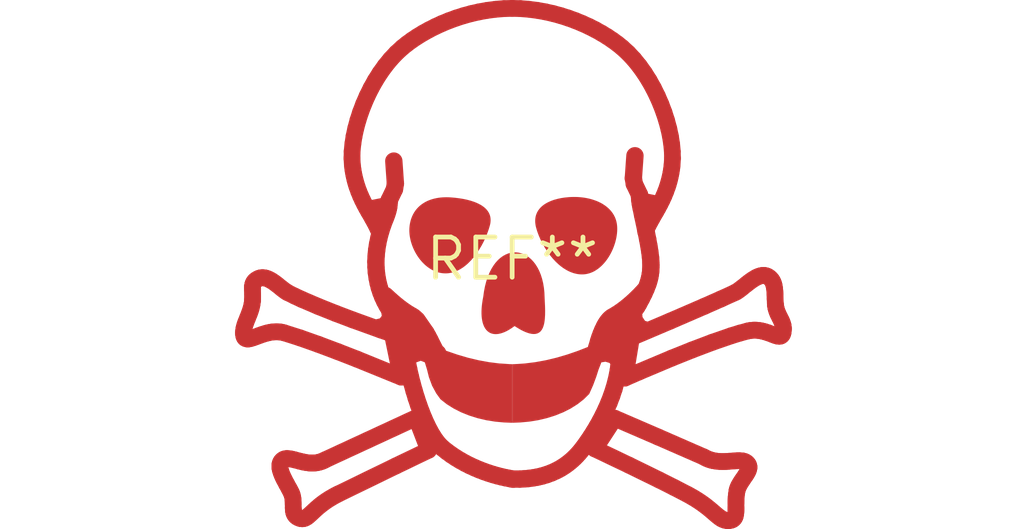
<source format=kicad_pcb>
(kicad_pcb (version 20240108) (generator pcbnew)
  (layers (0 "F.Cu" signal) (31 "B.Cu" signal) (34 "B.Paste" user) (35 "F.Paste" user) (36 "B.SilkS" user "B.Silkscreen") (37 "F.SilkS" user "F.Silkscreen") (38 "B.Mask" user) (39 "F.Mask" user) (44 "Edge.Cuts" user))
  (net 0 "")
  (footprint "Symbol_Danger_18x16mm_Copper" (layer "F.Cu") (at 0 0)
    (property "Reference" "REF**")
    (property "Value" "Symbol_Danger_18x16mm_Copper")
    (fp_line (start -8.489452 2.33) (end -8.487915 2.376185) (layer "F.Cu") (stroke (width 0.529166)))
    (fp_line (start -8.487915 2.376185) (end -8.482778 2.415462) (layer "F.Cu") (stroke (width 0.529166)))
    (fp_line (start -8.486386 2.274233) (end -8.489452 2.33) (layer "F.Cu") (stroke (width 0.529166)))
    (fp_line (start -8.482778 2.415462) (end -8.474152 2.448225) (layer "F.Cu") (stroke (width 0.529166)))
    (fp_line (start -8.478355 2.218232) (end -8.486386 2.274233) (layer "F.Cu") (stroke (width 0.529166)))
    (fp_line (start -8.474152 2.448225) (end -8.462147 2.47487) (layer "F.Cu") (stroke (width 0.529166)))
    (fp_line (start -8.466007 2.16189) (end -8.478355 2.218232) (layer "F.Cu") (stroke (width 0.529166)))
    (fp_line (start -8.462147 2.47487) (end -8.454913 2.486021) (layer "F.Cu") (stroke (width 0.529166)))
    (fp_line (start -8.454913 2.486021) (end -8.446875 2.495789) (layer "F.Cu") (stroke (width 0.529166)))
    (fp_line (start -8.449994 2.105101) (end -8.466007 2.16189) (layer "F.Cu") (stroke (width 0.529166)))
    (fp_line (start -8.446875 2.495789) (end -8.438049 2.504225) (layer "F.Cu") (stroke (width 0.529166)))
    (fp_line (start -8.438049 2.504225) (end -8.428447 2.511377) (layer "F.Cu") (stroke (width 0.529166)))
    (fp_line (start -8.430966 2.047758) (end -8.449994 2.105101) (layer "F.Cu") (stroke (width 0.529166)))
    (fp_line (start -8.428447 2.511377) (end -8.406974 2.522028) (layer "F.Cu") (stroke (width 0.529166)))
    (fp_line (start -8.409573 1.989753) (end -8.430966 2.047758) (layer "F.Cu") (stroke (width 0.529166)))
    (fp_line (start -8.406974 2.522028) (end -8.382566 2.528136) (layer "F.Cu") (stroke (width 0.529166)))
    (fp_line (start -8.382566 2.528136) (end -8.355336 2.530095) (layer "F.Cu") (stroke (width 0.529166)))
    (fp_line (start -8.362293 1.871334) (end -8.409573 1.989753) (layer "F.Cu") (stroke (width 0.529166)))
    (fp_line (start -8.355336 2.530095) (end -8.325394 2.528298) (layer "F.Cu") (stroke (width 0.529166)))
    (fp_line (start -8.325394 2.528298) (end -8.292852 2.523141) (layer "F.Cu") (stroke (width 0.529166)))
    (fp_line (start -8.313358 1.74899) (end -8.362293 1.871334) (layer "F.Cu") (stroke (width 0.529166)))
    (fp_line (start -8.292852 2.523141) (end -8.25782 2.515017) (layer "F.Cu") (stroke (width 0.529166)))
    (fp_line (start -8.289895 1.686078) (end -8.313358 1.74899) (layer "F.Cu") (stroke (width 0.529166)))
    (fp_line (start -8.267969 1.621864) (end -8.289895 1.686078) (layer "F.Cu") (stroke (width 0.529166)))
    (fp_line (start -8.25782 2.515017) (end -8.180731 2.491443) (layer "F.Cu") (stroke (width 0.529166)))
    (fp_line (start -8.248231 1.556241) (end -8.267969 1.621864) (layer "F.Cu") (stroke (width 0.529166)))
    (fp_line (start -8.231331 1.489103) (end -8.248231 1.556241) (layer "F.Cu") (stroke (width 0.529166)))
    (fp_line (start -8.217918 1.420342) (end -8.231331 1.489103) (layer "F.Cu") (stroke (width 0.529166)))
    (fp_line (start -8.208644 1.349852) (end -8.217918 1.420342) (layer "F.Cu") (stroke (width 0.529166)))
    (fp_line (start -8.20704 0.946998) (end -8.206102 0.993883) (layer "F.Cu") (stroke (width 0.529166)))
    (fp_line (start -8.20631 0.903137) (end -8.20704 0.946998) (layer "F.Cu") (stroke (width 0.529166)))
    (fp_line (start -8.206102 0.993883) (end -8.202309 1.097522) (layer "F.Cu") (stroke (width 0.529166)))
    (fp_line (start -8.2056 1.314706) (end -8.208644 1.349852) (layer "F.Cu") (stroke (width 0.529166)))
    (fp_line (start -8.205079 0.882279) (end -8.20631 0.903137) (layer "F.Cu") (stroke (width 0.529166)))
    (fp_line (start -8.203393 1.28064) (end -8.2056 1.314706) (layer "F.Cu") (stroke (width 0.529166)))
    (fp_line (start -8.203143 0.862101) (end -8.205079 0.882279) (layer "F.Cu") (stroke (width 0.529166)))
    (fp_line (start -8.202309 1.097522) (end -8.200997 1.154674) (layer "F.Cu") (stroke (width 0.529166)))
    (fp_line (start -8.201101 1.215646) (end -8.203393 1.28064) (layer "F.Cu") (stroke (width 0.529166)))
    (fp_line (start -8.200997 1.154674) (end -8.201101 1.215646) (layer "F.Cu") (stroke (width 0.529166)))
    (fp_line (start -8.200404 0.84258) (end -8.203143 0.862101) (layer "F.Cu") (stroke (width 0.529166)))
    (fp_line (start -8.196766 0.82369) (end -8.200404 0.84258) (layer "F.Cu") (stroke (width 0.529166)))
    (fp_line (start -8.192133 0.805407) (end -8.196766 0.82369) (layer "F.Cu") (stroke (width 0.529166)))
    (fp_line (start -8.186409 0.787705) (end -8.192133 0.805407) (layer "F.Cu") (stroke (width 0.529166)))
    (fp_line (start -8.180731 2.491443) (end -8.095016 2.46073) (layer "F.Cu") (stroke (width 0.529166)))
    (fp_line (start -8.179497 0.77056) (end -8.186409 0.787705) (layer "F.Cu") (stroke (width 0.529166)))
    (fp_line (start -8.171301 0.753947) (end -8.179497 0.77056) (layer "F.Cu") (stroke (width 0.529166)))
    (fp_line (start -8.161724 0.737841) (end -8.171301 0.753947) (layer "F.Cu") (stroke (width 0.529166)))
    (fp_line (start -8.15067 0.722216) (end -8.161724 0.737841) (layer "F.Cu") (stroke (width 0.529166)))
    (fp_line (start -8.138043 0.707049) (end -8.15067 0.722216) (layer "F.Cu") (stroke (width 0.529166)))
    (fp_line (start -8.123746 0.692314) (end -8.138043 0.707049) (layer "F.Cu") (stroke (width 0.529166)))
    (fp_line (start -8.107684 0.677987) (end -8.123746 0.692314) (layer "F.Cu") (stroke (width 0.529166)))
    (fp_line (start -8.095016 2.46073) (end -8.001565 2.426029) (layer "F.Cu") (stroke (width 0.529166)))
    (fp_line (start -8.089758 0.664041) (end -8.107684 0.677987) (layer "F.Cu") (stroke (width 0.529166)))
    (fp_line (start -8.069874 0.650453) (end -8.089758 0.664041) (layer "F.Cu") (stroke (width 0.529166)))
    (fp_line (start -8.047935 0.637198) (end -8.069874 0.650453) (layer "F.Cu") (stroke (width 0.529166)))
    (fp_line (start -8.016757 0.621457) (end -8.047935 0.637198) (layer "F.Cu") (stroke (width 0.529166)))
    (fp_line (start -8.001565 2.426029) (end -7.901266 2.390492) (layer "F.Cu") (stroke (width 0.529166)))
    (fp_line (start -7.985371 0.60949) (end -8.016757 0.621457) (layer "F.Cu") (stroke (width 0.529166)))
    (fp_line (start -7.953805 0.601108) (end -7.985371 0.60949) (layer "F.Cu") (stroke (width 0.529166)))
    (fp_line (start -7.922086 0.596123) (end -7.953805 0.601108) (layer "F.Cu") (stroke (width 0.529166)))
    (fp_line (start -7.901266 2.390492) (end -7.795007 2.357273) (layer "F.Cu") (stroke (width 0.529166)))
    (fp_line (start -7.890242 0.594347) (end -7.922086 0.596123) (layer "F.Cu") (stroke (width 0.529166)))
    (fp_line (start -7.858298 0.595591) (end -7.890242 0.594347) (layer "F.Cu") (stroke (width 0.529166)))
    (fp_line (start -7.826283 0.599668) (end -7.858298 0.595591) (layer "F.Cu") (stroke (width 0.529166)))
    (fp_line (start -7.795007 2.357273) (end -7.739921 2.342517) (layer "F.Cu") (stroke (width 0.529166)))
    (fp_line (start -7.794224 0.60639) (end -7.826283 0.599668) (layer "F.Cu") (stroke (width 0.529166)))
    (fp_line (start -7.762147 0.615568) (end -7.794224 0.60639) (layer "F.Cu") (stroke (width 0.529166)))
    (fp_line (start -7.739921 2.342517) (end -7.683678 2.329523) (layer "F.Cu") (stroke (width 0.529166)))
    (fp_line (start -7.730081 0.627014) (end -7.762147 0.615568) (layer "F.Cu") (stroke (width 0.529166)))
    (fp_line (start -7.698052 0.64054) (end -7.730081 0.627014) (layer "F.Cu") (stroke (width 0.529166)))
    (fp_line (start -7.683678 2.329523) (end -7.62639 2.318684) (layer "F.Cu") (stroke (width 0.529166)))
    (fp_line (start -7.666087 0.655958) (end -7.698052 0.64054) (layer "F.Cu") (stroke (width 0.529166)))
    (fp_line (start -7.634214 0.673079) (end -7.666087 0.655958) (layer "F.Cu") (stroke (width 0.529166)))
    (fp_line (start -7.62639 2.318684) (end -7.568167 2.310394) (layer "F.Cu") (stroke (width 0.529166)))
    (fp_line (start -7.60246 0.691716) (end -7.634214 0.673079) (layer "F.Cu") (stroke (width 0.529166)))
    (fp_line (start -7.568167 2.310394) (end -7.509121 2.305048) (layer "F.Cu") (stroke (width 0.529166)))
    (fp_line (start -7.539417 0.732784) (end -7.60246 0.691716) (layer "F.Cu") (stroke (width 0.529166)))
    (fp_line (start -7.509121 2.305048) (end -7.449363 2.303039) (layer "F.Cu") (stroke (width 0.529166)))
    (fp_line (start -7.477176 0.777657) (end -7.539417 0.732784) (layer "F.Cu") (stroke (width 0.529166)))
    (fp_line (start -7.449363 2.303039) (end -7.389003 2.304762) (layer "F.Cu") (stroke (width 0.529166)))
    (fp_line (start -7.415954 0.824829) (end -7.477176 0.777657) (layer "F.Cu") (stroke (width 0.529166)))
    (fp_line (start -7.389003 2.304762) (end -7.328154 2.31061) (layer "F.Cu") (stroke (width 0.529166)))
    (fp_line (start -7.339945 6.563834) (end -7.337695 6.594366) (layer "F.Cu") (stroke (width 0.529166)))
    (fp_line (start -7.339895 6.534307) (end -7.339945 6.563834) (layer "F.Cu") (stroke (width 0.529166)))
    (fp_line (start -7.337695 6.594366) (end -7.333289 6.625818) (layer "F.Cu") (stroke (width 0.529166)))
    (fp_line (start -7.337398 6.505869) (end -7.339895 6.534307) (layer "F.Cu") (stroke (width 0.529166)))
    (fp_line (start -7.333289 6.625818) (end -7.326872 6.658107) (layer "F.Cu") (stroke (width 0.529166)))
    (fp_line (start -7.332311 6.478605) (end -7.337398 6.505869) (layer "F.Cu") (stroke (width 0.529166)))
    (fp_line (start -7.328154 2.31061) (end -7.266925 2.320977) (layer "F.Cu") (stroke (width 0.529166)))
    (fp_line (start -7.326872 6.658107) (end -7.318591 6.691147) (layer "F.Cu") (stroke (width 0.529166)))
    (fp_line (start -7.324486 6.452598) (end -7.332311 6.478605) (layer "F.Cu") (stroke (width 0.529166)))
    (fp_line (start -7.318591 6.691147) (end -7.297014 6.759146) (layer "F.Cu") (stroke (width 0.529166)))
    (fp_line (start -7.31378 6.427934) (end -7.324486 6.452598) (layer "F.Cu") (stroke (width 0.529166)))
    (fp_line (start -7.300046 6.404696) (end -7.31378 6.427934) (layer "F.Cu") (stroke (width 0.529166)))
    (fp_line (start -7.297438 0.920048) (end -7.415954 0.824829) (layer "F.Cu") (stroke (width 0.529166)))
    (fp_line (start -7.297014 6.759146) (end -7.26972 6.82914) (layer "F.Cu") (stroke (width 0.529166)))
    (fp_line (start -7.28314 6.382969) (end -7.300046 6.404696) (layer "F.Cu") (stroke (width 0.529166)))
    (fp_line (start -7.26972 6.82914) (end -7.237872 6.900455) (layer "F.Cu") (stroke (width 0.529166)))
    (fp_line (start -7.266925 2.320977) (end -7.205429 2.336258) (layer "F.Cu") (stroke (width 0.529166)))
    (fp_line (start -7.262916 6.362837) (end -7.28314 6.382969) (layer "F.Cu") (stroke (width 0.529166)))
    (fp_line (start -7.240579 0.965086) (end -7.297438 0.920048) (layer "F.Cu") (stroke (width 0.529166)))
    (fp_line (start -7.240019 6.345558) (end -7.262916 6.362837) (layer "F.Cu") (stroke (width 0.529166)))
    (fp_line (start -7.237872 6.900455) (end -7.202631 6.972416) (layer "F.Cu") (stroke (width 0.529166)))
    (fp_line (start -7.215236 6.332146) (end -7.240019 6.345558) (layer "F.Cu") (stroke (width 0.529166)))
    (fp_line (start -7.205429 2.336258) (end -6.703711 2.495868) (layer "F.Cu") (stroke (width 0.529166)))
    (fp_line (start -7.202631 6.972416) (end -7.12662 7.115576) (layer "F.Cu") (stroke (width 0.529166)))
    (fp_line (start -7.188629 6.322324) (end -7.215236 6.332146) (layer "F.Cu") (stroke (width 0.529166)))
    (fp_line (start -7.185609 1.006402) (end -7.240579 0.965086) (layer "F.Cu") (stroke (width 0.529166)))
    (fp_line (start -7.160262 6.315813) (end -7.188629 6.322324) (layer "F.Cu") (stroke (width 0.529166)))
    (fp_line (start -7.132745 1.042491) (end -7.185609 1.006402) (layer "F.Cu") (stroke (width 0.529166)))
    (fp_line (start -7.130197 6.312335) (end -7.160262 6.315813) (layer "F.Cu") (stroke (width 0.529166)))
    (fp_line (start -7.12662 7.115576) (end -7.050986 7.253225) (layer "F.Cu") (stroke (width 0.529166)))
    (fp_line (start -7.107172 1.058105) (end -7.132745 1.042491) (layer "F.Cu") (stroke (width 0.529166)))
    (fp_line (start -7.098497 6.311612) (end -7.130197 6.312335) (layer "F.Cu") (stroke (width 0.529166)))
    (fp_line (start -7.082206 1.071848) (end -7.107172 1.058105) (layer "F.Cu") (stroke (width 0.529166)))
    (fp_line (start -7.050986 7.253225) (end -7.016215 7.318295) (layer "F.Cu") (stroke (width 0.529166)))
    (fp_line (start -7.030443 6.31732) (end -7.098497 6.311612) (layer "F.Cu") (stroke (width 0.529166)))
    (fp_line (start -7.016215 7.318295) (end -6.985024 7.379963) (layer "F.Cu") (stroke (width 0.529166)))
    (fp_line (start -6.985024 7.379963) (end -6.971015 7.41118) (layer "F.Cu") (stroke (width 0.529166)))
    (fp_line (start -6.971015 7.41118) (end -6.959118 7.442504) (layer "F.Cu") (stroke (width 0.529166)))
    (fp_line (start -6.959118 7.442504) (end -6.94916 7.473887) (layer "F.Cu") (stroke (width 0.529166)))
    (fp_line (start -6.956601 6.33071) (end -7.030443 6.31732) (layer "F.Cu") (stroke (width 0.529166)))
    (fp_line (start -6.94916 7.473887) (end -6.940968 7.505282) (layer "F.Cu") (stroke (width 0.529166)))
    (fp_line (start -6.940968 7.505282) (end -6.929187 7.567914) (layer "F.Cu") (stroke (width 0.529166)))
    (fp_line (start -6.929187 7.567914) (end -6.922388 7.630016) (layer "F.Cu") (stroke (width 0.529166)))
    (fp_line (start -6.922388 7.630016) (end -6.919183 7.691202) (layer "F.Cu") (stroke (width 0.529166)))
    (fp_line (start -6.919183 7.691202) (end -6.918187 7.751088) (layer "F.Cu") (stroke (width 0.529166)))
    (fp_line (start -6.918187 7.751088) (end -6.917268 7.865424) (layer "F.Cu") (stroke (width 0.529166)))
    (fp_line (start -6.917268 7.865424) (end -6.914572 7.919105) (layer "F.Cu") (stroke (width 0.529166)))
    (fp_line (start -6.914572 7.919105) (end -6.908534 7.969948) (layer "F.Cu") (stroke (width 0.529166)))
    (fp_line (start -6.908534 7.969948) (end -6.90383 7.994185) (layer "F.Cu") (stroke (width 0.529166)))
    (fp_line (start -6.90383 7.994185) (end -6.897769 8.017569) (layer "F.Cu") (stroke (width 0.529166)))
    (fp_line (start -6.897769 8.017569) (end -6.89018 8.040051) (layer "F.Cu") (stroke (width 0.529166)))
    (fp_line (start -6.89018 8.040051) (end -6.880889 8.061583) (layer "F.Cu") (stroke (width 0.529166)))
    (fp_line (start -6.880889 8.061583) (end -6.869722 8.082118) (layer "F.Cu") (stroke (width 0.529166)))
    (fp_line (start -6.877473 6.349559) (end -6.956601 6.33071) (layer "F.Cu") (stroke (width 0.529166)))
    (fp_line (start -6.870626 1.176705) (end -7.082206 1.071848) (layer "F.Cu") (stroke (width 0.529166)))
    (fp_line (start -6.869722 8.082118) (end -6.856507 8.101606) (layer "F.Cu") (stroke (width 0.529166)))
    (fp_line (start -6.856507 8.101606) (end -6.841069 8.120001) (layer "F.Cu") (stroke (width 0.529166)))
    (fp_line (start -6.841069 8.120001) (end -6.823235 8.137254) (layer "F.Cu") (stroke (width 0.529166)))
    (fp_line (start -6.823235 8.137254) (end -6.802832 8.153317) (layer "F.Cu") (stroke (width 0.529166)))
    (fp_line (start -6.802832 8.153317) (end -6.779687 8.168142) (layer "F.Cu") (stroke (width 0.529166)))
    (fp_line (start -6.779687 8.168142) (end -6.753626 8.181681) (layer "F.Cu") (stroke (width 0.529166)))
    (fp_line (start -6.753626 8.181681) (end -6.724476 8.193886) (layer "F.Cu") (stroke (width 0.529166)))
    (fp_line (start -6.724476 8.193886) (end -6.696604 8.20294) (layer "F.Cu") (stroke (width 0.529166)))
    (fp_line (start -6.705364 6.394731) (end -6.877473 6.349559) (layer "F.Cu") (stroke (width 0.529166)))
    (fp_line (start -6.703711 2.495868) (end -6.123653 2.701216) (layer "F.Cu") (stroke (width 0.529166)))
    (fp_line (start -6.696604 8.20294) (end -6.669957 8.208778) (layer "F.Cu") (stroke (width 0.529166)))
    (fp_line (start -6.669957 8.208778) (end -6.644342 8.21151) (layer "F.Cu") (stroke (width 0.529166)))
    (fp_line (start -6.644342 8.21151) (end -6.61957 8.211245) (layer "F.Cu") (stroke (width 0.529166)))
    (fp_line (start -6.636442 1.284979) (end -6.870626 1.176705) (layer "F.Cu") (stroke (width 0.529166)))
    (fp_line (start -6.61957 8.211245) (end -6.595449 8.20809) (layer "F.Cu") (stroke (width 0.529166)))
    (fp_line (start -6.613386 6.416605) (end -6.705364 6.394731) (layer "F.Cu") (stroke (width 0.529166)))
    (fp_line (start -6.595449 8.20809) (end -6.571788 8.202155) (layer "F.Cu") (stroke (width 0.529166)))
    (fp_line (start -6.571788 8.202155) (end -6.548396 8.193548) (layer "F.Cu") (stroke (width 0.529166)))
    (fp_line (start -6.548396 8.193548) (end -6.525084 8.182377) (layer "F.Cu") (stroke (width 0.529166)))
    (fp_line (start -6.525084 8.182377) (end -6.501659 8.168752) (layer "F.Cu") (stroke (width 0.529166)))
    (fp_line (start -6.518129 6.435037) (end -6.613386 6.416605) (layer "F.Cu") (stroke (width 0.529166)))
    (fp_line (start -6.501659 8.168752) (end -6.47793 8.152781) (layer "F.Cu") (stroke (width 0.529166)))
    (fp_line (start -6.47793 8.152781) (end -6.453708 8.134572) (layer "F.Cu") (stroke (width 0.529166)))
    (fp_line (start -6.453708 8.134572) (end -6.428801 8.114234) (layer "F.Cu") (stroke (width 0.529166)))
    (fp_line (start -6.428801 8.114234) (end -6.376167 8.067607) (layer "F.Cu") (stroke (width 0.529166)))
    (fp_line (start -6.420094 6.447803) (end -6.518129 6.435037) (layer "F.Cu") (stroke (width 0.529166)))
    (fp_line (start -6.376167 8.067607) (end -6.318504 8.013766) (layer "F.Cu") (stroke (width 0.529166)))
    (fp_line (start -6.370191 6.451365) (end -6.420094 6.447803) (layer "F.Cu") (stroke (width 0.529166)))
    (fp_line (start -6.319782 6.452677) (end -6.370191 6.451365) (layer "F.Cu") (stroke (width 0.529166)))
    (fp_line (start -6.318504 8.013766) (end -6.254282 7.953583) (layer "F.Cu") (stroke (width 0.529166)))
    (fp_line (start -6.268929 6.45146) (end -6.319782 6.452677) (layer "F.Cu") (stroke (width 0.529166)))
    (fp_line (start -6.254282 7.953583) (end -6.181976 7.887924) (layer "F.Cu") (stroke (width 0.529166)))
    (fp_line (start -6.217696 6.447436) (end -6.268929 6.45146) (layer "F.Cu") (stroke (width 0.529166)))
    (fp_line (start -6.181976 7.887924) (end -6.100058 7.81766) (layer "F.Cu") (stroke (width 0.529166)))
    (fp_line (start -6.166143 6.440326) (end -6.217696 6.447436) (layer "F.Cu") (stroke (width 0.529166)))
    (fp_line (start -6.123653 2.701216) (end -5.510019 2.931645) (layer "F.Cu") (stroke (width 0.529166)))
    (fp_line (start -6.120272 1.506161) (end -6.636442 1.284979) (layer "F.Cu") (stroke (width 0.529166)))
    (fp_line (start -6.114336 6.429853) (end -6.166143 6.440326) (layer "F.Cu") (stroke (width 0.529166)))
    (fp_line (start -6.100058 7.81766) (end -6.055017 7.781072) (layer "F.Cu") (stroke (width 0.529166)))
    (fp_line (start -6.062335 6.415739) (end -6.114336 6.429853) (layer "F.Cu") (stroke (width 0.529166)))
    (fp_line (start -6.055017 7.781072) (end -6.007001 7.743658) (layer "F.Cu") (stroke (width 0.529166)))
    (fp_line (start -6.010204 6.397704) (end -6.062335 6.415739) (layer "F.Cu") (stroke (width 0.529166)))
    (fp_line (start -6.007001 7.743658) (end -5.955818 7.705527) (layer "F.Cu") (stroke (width 0.529166)))
    (fp_line (start -5.958006 6.375473) (end -6.010204 6.397704) (layer "F.Cu") (stroke (width 0.529166)))
    (fp_line (start -5.955818 7.705527) (end -5.901278 7.666788) (layer "F.Cu") (stroke (width 0.529166)))
    (fp_line (start -5.905802 6.348765) (end -5.958006 6.375473) (layer "F.Cu") (stroke (width 0.529166)))
    (fp_line (start -5.901278 7.666788) (end -5.843189 7.627548) (layer "F.Cu") (stroke (width 0.529166)))
    (fp_line (start -5.843189 7.627548) (end -5.781361 7.587918) (layer "F.Cu") (stroke (width 0.529166)))
    (fp_line (start -5.781361 7.587918) (end -5.715603 7.548005) (layer "F.Cu") (stroke (width 0.529166)))
    (fp_line (start -5.715603 7.548005) (end -5.645725 7.507917) (layer "F.Cu") (stroke (width 0.529166)))
    (fp_line (start -5.645725 7.507917) (end -5.571534 7.467764) (layer "F.Cu") (stroke (width 0.529166)))
    (fp_line (start -5.573717 1.724154) (end -6.120272 1.506161) (layer "F.Cu") (stroke (width 0.529166)))
    (fp_line (start -5.571534 7.467764) (end -5.49284 7.427655) (layer "F.Cu") (stroke (width 0.529166)))
    (fp_line (start -5.510019 2.931645) (end -4.907573 3.166499) (layer "F.Cu") (stroke (width 0.529166)))
    (fp_line (start -5.49284 7.427655) (end -3.675633 6.543501) (layer "F.Cu") (stroke (width 0.529166)))
    (fp_line (start -5.061684 -3.178201) (end -5.056461 -3.3971) (layer "F.Cu") (stroke (width 0.529166)))
    (fp_line (start -5.056461 -3.3971) (end -5.03472 -3.628245) (layer "F.Cu") (stroke (width 0.529166)))
    (fp_line (start -5.049908 -2.973894) (end -5.061684 -3.178201) (layer "F.Cu") (stroke (width 0.529166)))
    (fp_line (start -5.03848 -2.877283) (end -5.049908 -2.973894) (layer "F.Cu") (stroke (width 0.529166)))
    (fp_line (start -5.036795 1.927718) (end -5.573717 1.724154) (layer "F.Cu") (stroke (width 0.529166)))
    (fp_line (start -5.03472 -3.628245) (end -4.996938 -3.869291) (layer "F.Cu") (stroke (width 0.529166)))
    (fp_line (start -5.024725 -2.783618) (end -5.03848 -2.877283) (layer "F.Cu") (stroke (width 0.529166)))
    (fp_line (start -5.00878 -2.692803) (end -5.024725 -2.783618) (layer "F.Cu") (stroke (width 0.529166)))
    (fp_line (start -4.996938 -3.869291) (end -4.943596 -4.117891) (layer "F.Cu") (stroke (width 0.529166)))
    (fp_line (start -4.990783 -2.604746) (end -5.00878 -2.692803) (layer "F.Cu") (stroke (width 0.529166)))
    (fp_line (start -4.970872 -2.51935) (end -4.990783 -2.604746) (layer "F.Cu") (stroke (width 0.529166)))
    (fp_line (start -4.949182 -2.436523) (end -4.970872 -2.51935) (layer "F.Cu") (stroke (width 0.529166)))
    (fp_line (start -4.943596 -4.117891) (end -4.875171 -4.371701) (layer "F.Cu") (stroke (width 0.529166)))
    (fp_line (start -4.925852 -2.356168) (end -4.949182 -2.436523) (layer "F.Cu") (stroke (width 0.529166)))
    (fp_line (start -4.907573 3.166499) (end -3.504967 3.737029) (layer "F.Cu") (stroke (width 0.529166)))
    (fp_line (start -4.901018 -2.278193) (end -4.925852 -2.356168) (layer "F.Cu") (stroke (width 0.529166)))
    (fp_line (start -4.875171 -4.371701) (end -4.792143 -4.628375) (layer "F.Cu") (stroke (width 0.529166)))
    (fp_line (start -4.847389 -2.129) (end -4.901018 -2.278193) (layer "F.Cu") (stroke (width 0.529166)))
    (fp_line (start -4.792143 -4.628375) (end -4.69499 -4.885567) (layer "F.Cu") (stroke (width 0.529166)))
    (fp_line (start -4.789392 -1.988188) (end -4.847389 -2.129) (layer "F.Cu") (stroke (width 0.529166)))
    (fp_line (start -4.728125 -1.855003) (end -4.789392 -1.988188) (layer "F.Cu") (stroke (width 0.529166)))
    (fp_line (start -4.69499 -4.885567) (end -4.584193 -5.140932) (layer "F.Cu") (stroke (width 0.529166)))
    (fp_line (start -4.664686 -1.728688) (end -4.728125 -1.855003) (layer "F.Cu") (stroke (width 0.529166)))
    (fp_line (start -4.600171 -1.608488) (end -4.664686 -1.728688) (layer "F.Cu") (stroke (width 0.529166)))
    (fp_line (start -4.584193 -5.140932) (end -4.460229 -5.392125) (layer "F.Cu") (stroke (width 0.529166)))
    (fp_line (start -4.535678 -1.493647) (end -4.600171 -1.608488) (layer "F.Cu") (stroke (width 0.529166)))
    (fp_line (start -4.460229 -5.392125) (end -4.323577 -5.6368) (layer "F.Cu") (stroke (width 0.529166)))
    (fp_line (start -4.41115 -1.277019) (end -4.535678 -1.493647) (layer "F.Cu") (stroke (width 0.529166)))
    (fp_line (start -4.353309 -1.173721) (end -4.41115 -1.277019) (layer "F.Cu") (stroke (width 0.529166)))
    (fp_line (start -4.323577 -5.6368) (end -4.174717 -5.872611) (layer "F.Cu") (stroke (width 0.529166)))
    (fp_line (start -4.306395 0.087951) (end -4.299223 -0.091865) (layer "F.Cu") (stroke (width 0.548131)))
    (fp_line (start -4.303221 0.262773) (end -4.306395 0.087951) (layer "F.Cu") (stroke (width 0.548131)))
    (fp_line (start -4.299881 -1.072759) (end -4.353309 -1.173721) (layer "F.Cu") (stroke (width 0.529166)))
    (fp_line (start -4.299223 -0.091865) (end -4.281273 -0.276581) (layer "F.Cu") (stroke (width 0.548131)))
    (fp_line (start -4.290135 0.432506) (end -4.303221 0.262773) (layer "F.Cu") (stroke (width 0.548131)))
    (fp_line (start -4.281273 -0.276581) (end -4.252111 -0.4661) (layer "F.Cu") (stroke (width 0.548131)))
    (fp_line (start -4.267568 0.597054) (end -4.290135 0.432506) (layer "F.Cu") (stroke (width 0.548131)))
    (fp_line (start -4.252111 -0.4661) (end -4.211306 -0.660327) (layer "F.Cu") (stroke (width 0.548131)))
    (fp_line (start -4.251962 -0.973378) (end -4.299881 -1.072759) (layer "F.Cu") (stroke (width 0.529166)))
    (fp_line (start -4.235954 0.756321) (end -4.267568 0.597054) (layer "F.Cu") (stroke (width 0.548131)))
    (fp_line (start -4.211306 -0.660327) (end -4.158424 -0.859167) (layer "F.Cu") (stroke (width 0.548131)))
    (fp_line (start -4.21065 -0.874822) (end -4.251962 -0.973378) (layer "F.Cu") (stroke (width 0.529166)))
    (fp_line (start -4.195725 0.910213) (end -4.235954 0.756321) (layer "F.Cu") (stroke (width 0.548131)))
    (fp_line (start -4.174717 -5.872611) (end -4.014128 -6.097213) (layer "F.Cu") (stroke (width 0.529166)))
    (fp_line (start -4.158424 -0.859167) (end -4.093033 -1.062525) (layer "F.Cu") (stroke (width 0.548131)))
    (fp_line (start -4.151929 2.246596) (end -5.036795 1.927718) (layer "F.Cu") (stroke (width 0.529166)))
    (fp_line (start -4.147314 1.058633) (end -4.195725 0.910213) (layer "F.Cu") (stroke (width 0.548131)))
    (fp_line (start -4.093033 -1.062525) (end -4.0147 -1.270305) (layer "F.Cu") (stroke (width 0.548131)))
    (fp_line (start -4.091154 1.201488) (end -4.147314 1.058633) (layer "F.Cu") (stroke (width 0.548131)))
    (fp_line (start -4.027678 1.33868) (end -4.091154 1.201488) (layer "F.Cu") (stroke (width 0.548131)))
    (fp_line (start -4.0147 -1.270305) (end -3.988155 -1.338264) (layer "F.Cu") (stroke (width 0.548131)))
    (fp_line (start -4.014128 -6.097213) (end -3.842288 -6.30826) (layer "F.Cu") (stroke (width 0.529166)))
    (fp_line (start -3.988155 -1.338264) (end -3.965019 -1.402438) (layer "F.Cu") (stroke (width 0.548131)))
    (fp_line (start -3.965019 -1.402438) (end -3.945138 -1.463105) (layer "F.Cu") (stroke (width 0.548131)))
    (fp_line (start -3.957318 1.470116) (end -4.027678 1.33868) (layer "F.Cu") (stroke (width 0.548131)))
    (fp_line (start -3.945138 -1.463105) (end -3.928359 -1.520542) (layer "F.Cu") (stroke (width 0.548131)))
    (fp_line (start -3.928359 -1.520542) (end -3.914529 -1.575026) (layer "F.Cu") (stroke (width 0.548131)))
    (fp_line (start -3.914953 -1.687702) (end -4.485047 -1.572298) (layer "F.Cu") (stroke (width 0.548131)))
    (fp_line (start -3.914529 -1.575026) (end -3.903495 -1.626834) (layer "F.Cu") (stroke (width 0.548131)))
    (fp_line (start -3.904007 1.557258) (end -3.957318 1.470116) (layer "F.Cu") (stroke (width 0.548131)))
    (fp_line (start -3.903495 -1.626834) (end -3.895103 -1.676243) (layer "F.Cu") (stroke (width 0.548131)))
    (fp_line (start -3.8892 -1.723531) (end -3.885633 -1.768974) (layer "F.Cu") (stroke (width 0.548131)))
    (fp_line (start -3.884894 -1.855435) (end -3.72 -2.2) (layer "F.Cu") (stroke (width 0.548131)))
    (fp_line (start -3.884248 -1.812849) (end -3.884894 -1.855435) (layer "F.Cu") (stroke (width 0.548131)))
    (fp_line (start -3.85377 1.629286) (end -3.904007 1.557258) (layer "F.Cu") (stroke (width 0.548131)))
    (fp_line (start -3.842288 -6.30826) (end -3.659677 -6.503408) (layer "F.Cu") (stroke (width 0.529166)))
    (fp_line (start -3.83434 1.316428) (end -4.002852 1.160017) (layer "F.Cu") (stroke (width 0.548131)))
    (fp_line (start -3.806416 1.689526) (end -3.85377 1.629286) (layer "F.Cu") (stroke (width 0.548131)))
    (fp_line (start -3.785828 2.372872) (end -4.151929 2.246596) (layer "F.Cu") (stroke (width 0.529166)))
    (fp_line (start -3.761756 1.741305) (end -3.806416 1.689526) (layer "F.Cu") (stroke (width 0.548131)))
    (fp_line (start -3.74 -3.09) (end -3.69 -2.38) (layer "F.Cu") (stroke (width 0.548131)))
    (fp_line (start -3.737858 1.400439) (end -3.83434 1.316428) (layer "F.Cu") (stroke (width 0.548131)))
    (fp_line (start -3.69 -2.38) (end -3.72 -2.2) (layer "F.Cu") (stroke (width 0.548131)))
    (fp_line (start -3.679754 1.832786) (end -3.761756 1.741305) (layer "F.Cu") (stroke (width 0.548131)))
    (fp_line (start -3.675633 6.543501) (end -2.639376 6.045472) (layer "F.Cu") (stroke (width 0.529166)))
    (fp_line (start -3.659677 -6.503408) (end -3.466773 -6.68031) (layer "F.Cu") (stroke (width 0.529166)))
    (fp_line (start -3.642032 1.879142) (end -3.679754 1.832786) (layer "F.Cu") (stroke (width 0.548131)))
    (fp_line (start -3.634448 1.485803) (end -3.737858 1.400439) (layer "F.Cu") (stroke (width 0.548131)))
    (fp_line (start -3.606243 1.930342) (end -3.642032 1.879142) (layer "F.Cu") (stroke (width 0.548131)))
    (fp_line (start -3.572196 1.989714) (end -3.606243 1.930342) (layer "F.Cu") (stroke (width 0.548131)))
    (fp_line (start -3.539701 2.060584) (end -3.572196 1.989714) (layer "F.Cu") (stroke (width 0.548131)))
    (fp_line (start -3.525029 1.570632) (end -3.634448 1.485803) (layer "F.Cu") (stroke (width 0.548131)))
    (fp_line (start -3.504967 3.737029) (end -3.785828 2.372872) (layer "F.Cu") (stroke (width 0.529166)))
    (fp_line (start -3.466773 -6.68031) (end -3.323289 -6.795613) (layer "F.Cu") (stroke (width 0.529166)))
    (fp_line (start -3.410518 1.653038) (end -3.525029 1.570632) (layer "F.Cu") (stroke (width 0.548131)))
    (fp_line (start -3.341574 3.095899) (end -3.366675 2.91355) (layer "F.Cu") (stroke (width 0.548131)))
    (fp_line (start -3.323289 -6.795613) (end -3.166875 -6.910042) (layer "F.Cu") (stroke (width 0.529166)))
    (fp_line (start -3.308149 3.292482) (end -3.341574 3.095899) (layer "F.Cu") (stroke (width 0.548131)))
    (fp_line (start -3.291833 1.731133) (end -3.410518 1.653038) (layer "F.Cu") (stroke (width 0.548131)))
    (fp_line (start -3.266827 3.500504) (end -3.308149 3.292482) (layer "F.Cu") (stroke (width 0.548131)))
    (fp_line (start -3.218031 3.717177) (end -3.266827 3.500504) (layer "F.Cu") (stroke (width 0.548131)))
    (fp_line (start -3.169892 1.803029) (end -3.291833 1.731133) (layer "F.Cu") (stroke (width 0.548131)))
    (fp_line (start -3.166875 -6.910042) (end -2.998195 -7.022695) (layer "F.Cu") (stroke (width 0.529166)))
    (fp_line (start -3.162186 3.939706) (end -3.218031 3.717177) (layer "F.Cu") (stroke (width 0.548131)))
    (fp_line (start -3.130688 1.827419) (end -3.169892 1.803029) (layer "F.Cu") (stroke (width 0.548131)))
    (fp_line (start -3.099718 4.165301) (end -3.162186 3.939706) (layer "F.Cu") (stroke (width 0.548131)))
    (fp_line (start -3.09164 1.856883) (end -3.130688 1.827419) (layer "F.Cu") (stroke (width 0.548131)))
    (fp_line (start -3.05282 1.890996) (end -3.09164 1.856883) (layer "F.Cu") (stroke (width 0.548131)))
    (fp_line (start -3.032626 5.019368) (end -5.905802 6.348765) (layer "F.Cu") (stroke (width 0.529166)))
    (fp_line (start -3.03105 4.391171) (end -3.099718 4.165301) (layer "F.Cu") (stroke (width 0.548131)))
    (fp_line (start -2.998195 -7.022695) (end -2.817911 -7.132673) (layer "F.Cu") (stroke (width 0.529166)))
    (fp_line (start -2.956608 4.614523) (end -3.03105 4.391171) (layer "F.Cu") (stroke (width 0.548131)))
    (fp_line (start -2.876817 4.832566) (end -2.956608 4.614523) (layer "F.Cu") (stroke (width 0.548131)))
    (fp_line (start -2.817911 -7.132673) (end -2.626685 -7.239074) (layer "F.Cu") (stroke (width 0.529166)))
    (fp_line (start -2.7921 5.042507) (end -2.876817 4.832566) (layer "F.Cu") (stroke (width 0.548131)))
    (fp_line (start -2.725735 2.33675) (end -3.008144 1.92933) (layer "F.Cu") (stroke (width 0.548131)))
    (fp_line (start -2.702884 5.241557) (end -2.7921 5.042507) (layer "F.Cu") (stroke (width 0.548131)))
    (fp_line (start -2.6617 2.450942) (end -2.725735 2.33675) (layer "F.Cu") (stroke (width 0.548131)))
    (fp_line (start -2.639376 6.045472) (end -3.032626 5.019368) (layer "F.Cu") (stroke (width 0.529166)))
    (fp_line (start -2.626685 -7.239074) (end -2.425182 -7.340998) (layer "F.Cu") (stroke (width 0.529166)))
    (fp_line (start -2.609592 5.426922) (end -2.702884 5.241557) (layer "F.Cu") (stroke (width 0.548131)))
    (fp_line (start -2.602074 2.56324) (end -2.6617 2.450942) (layer "F.Cu") (stroke (width 0.548131)))
    (fp_line (start -2.512649 5.595811) (end -2.609592 5.426922) (layer "F.Cu") (stroke (width 0.548131)))
    (fp_line (start -2.425182 -7.340998) (end -2.214065 -7.437543) (layer "F.Cu") (stroke (width 0.529166)))
    (fp_line (start -2.419284 2.925208) (end -2.602074 2.56324) (layer "F.Cu") (stroke (width 0.548131)))
    (fp_line (start -2.41248 5.745433) (end -2.512649 5.595811) (layer "F.Cu") (stroke (width 0.548131)))
    (fp_line (start -2.36947 3.006057) (end -2.390426 2.976822) (layer "F.Cu") (stroke (width 0.548131)))
    (fp_line (start -2.362136 3.011215) (end -2.36947 3.006057) (layer "F.Cu") (stroke (width 0.548131)))
    (fp_line (start -2.356996 3.009498) (end -2.362136 3.011215) (layer "F.Cu") (stroke (width 0.548131)))
    (fp_line (start -2.354122 3.000479) (end -2.356996 3.009498) (layer "F.Cu") (stroke (width 0.548131)))
    (fp_line (start -2.353587 2.983731) (end -2.354122 3.000479) (layer "F.Cu") (stroke (width 0.548131)))
    (fp_line (start -2.30951 5.872995) (end -2.41248 5.745433) (layer "F.Cu") (stroke (width 0.548131)))
    (fp_line (start -2.257107 5.927632) (end -2.30951 5.872995) (layer "F.Cu") (stroke (width 0.548131)))
    (fp_line (start -2.214065 -7.437543) (end -1.993995 -7.527809) (layer "F.Cu") (stroke (width 0.529166)))
    (fp_line (start -2.204163 5.975707) (end -2.257107 5.927632) (layer "F.Cu") (stroke (width 0.548131)))
    (fp_line (start -2.065231 6.086848) (end -2.204163 5.975707) (layer "F.Cu") (stroke (width 0.548131)))
    (fp_line (start -1.993995 -7.527809) (end -1.765637 -7.610895) (layer "F.Cu") (stroke (width 0.529166)))
    (fp_line (start -1.92274 6.190426) (end -2.065231 6.086848) (layer "F.Cu") (stroke (width 0.548131)))
    (fp_line (start -1.777418 6.286644) (end -1.92274 6.190426) (layer "F.Cu") (stroke (width 0.548131)))
    (fp_line (start -1.765637 -7.610895) (end -1.529654 -7.6859) (layer "F.Cu") (stroke (width 0.529166)))
    (fp_line (start -1.629995 6.375702) (end -1.777418 6.286644) (layer "F.Cu") (stroke (width 0.548131)))
    (fp_line (start -1.529654 -7.6859) (end -1.286707 -7.751923) (layer "F.Cu") (stroke (width 0.529166)))
    (fp_line (start -1.4812 6.4578) (end -1.629995 6.375702) (layer "F.Cu") (stroke (width 0.548131)))
    (fp_line (start -1.331761 6.533142) (end -1.4812 6.4578) (layer "F.Cu") (stroke (width 0.548131)))
    (fp_line (start -1.286707 -7.751923) (end -1.037462 -7.808063) (layer "F.Cu") (stroke (width 0.529166)))
    (fp_line (start -1.182408 6.601927) (end -1.331761 6.533142) (layer "F.Cu") (stroke (width 0.548131)))
    (fp_line (start -1.037462 -7.808063) (end -0.782579 -7.85342) (layer "F.Cu") (stroke (width 0.529166)))
    (fp_line (start -1.033869 6.664356) (end -1.182408 6.601927) (layer "F.Cu") (stroke (width 0.548131)))
    (fp_line (start -0.886874 6.720633) (end -1.033869 6.664356) (layer "F.Cu") (stroke (width 0.548131)))
    (fp_line (start -0.782579 -7.85342) (end -0.522724 -7.887093) (layer "F.Cu") (stroke (width 0.529166)))
    (fp_line (start -0.742151 6.770956) (end -0.886874 6.720633) (layer "F.Cu") (stroke (width 0.548131)))
    (fp_line (start -0.600429 6.815528) (end -0.742151 6.770956) (layer "F.Cu") (stroke (width 0.548131)))
    (fp_line (start -0.522724 -7.887093) (end -0.258558 -7.90818) (layer "F.Cu") (stroke (width 0.529166)))
    (fp_line (start -0.462437 6.85455) (end -0.600429 6.815528) (layer "F.Cu") (stroke (width 0.548131)))
    (fp_line (start -0.328904 6.888223) (end -0.462437 6.85455) (layer "F.Cu") (stroke (width 0.548131)))
    (fp_line (start -0.258558 -7.90818) (end 0.009256 -7.915782) (layer "F.Cu") (stroke (width 0.529166)))
    (fp_line (start -0.200559 6.916749) (end -0.328904 6.888223) (layer "F.Cu") (stroke (width 0.548131)))
    (fp_line (start -0.078132 6.940328) (end -0.200559 6.916749) (layer "F.Cu") (stroke (width 0.548131)))
    (fp_line (start -0.000701 6.959294) (end 0.24321 6.958121) (layer "F.Cu") (stroke (width 0.548131)))
    (fp_line (start 0.03765 6.959162) (end -0.078132 6.940328) (layer "F.Cu") (stroke (width 0.548131)))
    (fp_line (start 0.24321 6.958121) (end 0.374525 6.951842) (layer "F.Cu") (stroke (width 0.548131)))
    (fp_line (start 0.263906 -7.908444) (end -0.003907 -7.916046) (layer "F.Cu") (stroke (width 0.529166)))
    (fp_line (start 0.374525 6.951842) (end 0.510959 6.94026) (layer "F.Cu") (stroke (width 0.548131)))
    (fp_line (start 0.510959 6.94026) (end 0.651669 6.922244) (layer "F.Cu") (stroke (width 0.548131)))
    (fp_line (start 0.528072 -7.887357) (end 0.263906 -7.908444) (layer "F.Cu") (stroke (width 0.529166)))
    (fp_line (start 0.651669 6.922244) (end 0.795814 6.896662) (layer "F.Cu") (stroke (width 0.548131)))
    (fp_line (start 0.787927 -7.853684) (end 0.528072 -7.887357) (layer "F.Cu") (stroke (width 0.529166)))
    (fp_line (start 0.795814 6.896662) (end 0.942553 6.862383) (layer "F.Cu") (stroke (width 0.548131)))
    (fp_line (start 0.942553 6.862383) (end 1.091045 6.818276) (layer "F.Cu") (stroke (width 0.548131)))
    (fp_line (start 1.042809 -7.808328) (end 0.787927 -7.853684) (layer "F.Cu") (stroke (width 0.529166)))
    (fp_line (start 1.091045 6.818276) (end 1.240448 6.763209) (layer "F.Cu") (stroke (width 0.548131)))
    (fp_line (start 1.240448 6.763209) (end 1.389921 6.696051) (layer "F.Cu") (stroke (width 0.548131)))
    (fp_line (start 1.292055 -7.752187) (end 1.042809 -7.808328) (layer "F.Cu") (stroke (width 0.529166)))
    (fp_line (start 1.389921 6.696051) (end 1.464421 6.657584) (layer "F.Cu") (stroke (width 0.548131)))
    (fp_line (start 1.464421 6.657584) (end 1.538623 6.615671) (layer "F.Cu") (stroke (width 0.548131)))
    (fp_line (start 1.535001 -7.686164) (end 1.292055 -7.752187) (layer "F.Cu") (stroke (width 0.529166)))
    (fp_line (start 1.538623 6.615671) (end 1.612422 6.570169) (layer "F.Cu") (stroke (width 0.548131)))
    (fp_line (start 1.612422 6.570169) (end 1.685712 6.520937) (layer "F.Cu") (stroke (width 0.548131)))
    (fp_line (start 1.685712 6.520937) (end 1.758389 6.467833) (layer "F.Cu") (stroke (width 0.548131)))
    (fp_line (start 1.758389 6.467833) (end 1.830347 6.410718) (layer "F.Cu") (stroke (width 0.548131)))
    (fp_line (start 1.770985 -7.611159) (end 1.535001 -7.686164) (layer "F.Cu") (stroke (width 0.529166)))
    (fp_line (start 1.830347 6.410718) (end 1.901481 6.349448) (layer "F.Cu") (stroke (width 0.548131)))
    (fp_line (start 1.901481 6.349448) (end 1.971687 6.283883) (layer "F.Cu") (stroke (width 0.548131)))
    (fp_line (start 1.971687 6.283883) (end 2.040858 6.21388) (layer "F.Cu") (stroke (width 0.548131)))
    (fp_line (start 1.999343 -7.528074) (end 1.770985 -7.611159) (layer "F.Cu") (stroke (width 0.529166)))
    (fp_line (start 2.040858 6.21388) (end 2.10889 6.1393) (layer "F.Cu") (stroke (width 0.548131)))
    (fp_line (start 2.10889 6.1393) (end 2.175677 6.06) (layer "F.Cu") (stroke (width 0.548131)))
    (fp_line (start 2.175677 6.06) (end 2.241115 5.975838) (layer "F.Cu") (stroke (width 0.548131)))
    (fp_line (start 2.219412 -7.437808) (end 1.999343 -7.528074) (layer "F.Cu") (stroke (width 0.529166)))
    (fp_line (start 2.241115 5.975838) (end 2.405282 5.746268) (layer "F.Cu") (stroke (width 0.548131)))
    (fp_line (start 2.405282 5.746268) (end 2.496336 5.609893) (layer "F.Cu") (stroke (width 0.548131)))
    (fp_line (start 2.43053 -7.341263) (end 2.219412 -7.437808) (layer "F.Cu") (stroke (width 0.529166)))
    (fp_line (start 2.496336 5.609893) (end 2.591116 5.460186) (layer "F.Cu") (stroke (width 0.548131)))
    (fp_line (start 2.591116 5.460186) (end 2.687931 5.297944) (layer "F.Cu") (stroke (width 0.548131)))
    (fp_line (start 2.602039 3.030825) (end 2.602808 3.056329) (layer "F.Cu") (stroke (width 0.548131)))
    (fp_line (start 2.602808 3.056329) (end 2.604778 3.057729) (layer "F.Cu") (stroke (width 0.548131)))
    (fp_line (start 2.604778 3.057729) (end 2.607822 3.052142) (layer "F.Cu") (stroke (width 0.548131)))
    (fp_line (start 2.607822 3.052142) (end 2.631011 2.968633) (layer "F.Cu") (stroke (width 0.548131)))
    (fp_line (start 2.609058 6.001891) (end 3.238363 5.035044) (layer "F.Cu") (stroke (width 0.529166)))
    (fp_line (start 2.631011 2.968633) (end 2.672455 2.808162) (layer "F.Cu") (stroke (width 0.548131)))
    (fp_line (start 2.632033 -7.239339) (end 2.43053 -7.341263) (layer "F.Cu") (stroke (width 0.529166)))
    (fp_line (start 2.672455 2.808162) (end 2.733006 2.598593) (layer "F.Cu") (stroke (width 0.548131)))
    (fp_line (start 2.687931 5.297944) (end 2.78509 5.123963) (layer "F.Cu") (stroke (width 0.548131)))
    (fp_line (start 2.733006 2.598593) (end 2.770713 2.484105) (layer "F.Cu") (stroke (width 0.548131)))
    (fp_line (start 2.770713 2.484105) (end 2.813515 2.367792) (layer "F.Cu") (stroke (width 0.548131)))
    (fp_line (start 2.78509 5.123963) (end 2.880902 4.939039) (layer "F.Cu") (stroke (width 0.548131)))
    (fp_line (start 2.813515 2.367792) (end 2.861519 2.253137) (layer "F.Cu") (stroke (width 0.548131)))
    (fp_line (start 2.823258 -7.132938) (end 2.632033 -7.239339) (layer "F.Cu") (stroke (width 0.529166)))
    (fp_line (start 2.861519 2.253137) (end 2.914832 2.143623) (layer "F.Cu") (stroke (width 0.548131)))
    (fp_line (start 2.880902 4.939039) (end 2.973677 4.743969) (layer "F.Cu") (stroke (width 0.548131)))
    (fp_line (start 2.914832 2.143623) (end 2.943512 2.091883) (layer "F.Cu") (stroke (width 0.548131)))
    (fp_line (start 2.943512 2.091883) (end 2.97356 2.042733) (layer "F.Cu") (stroke (width 0.548131)))
    (fp_line (start 2.97356 2.042733) (end 3.004987 1.996611) (layer "F.Cu") (stroke (width 0.548131)))
    (fp_line (start 2.973677 4.743969) (end 3.061723 4.539549) (layer "F.Cu") (stroke (width 0.548131)))
    (fp_line (start 3.003543 -7.02296) (end 2.823258 -7.132938) (layer "F.Cu") (stroke (width 0.529166)))
    (fp_line (start 3.004987 1.996611) (end 3.037809 1.953951) (layer "F.Cu") (stroke (width 0.548131)))
    (fp_line (start 3.037809 1.953951) (end 3.072037 1.915189) (layer "F.Cu") (stroke (width 0.548131)))
    (fp_line (start 3.061723 4.539549) (end 3.143351 4.326574) (layer "F.Cu") (stroke (width 0.548131)))
    (fp_line (start 3.072037 1.915189) (end 3.107685 1.88076) (layer "F.Cu") (stroke (width 0.548131)))
    (fp_line (start 3.107685 1.88076) (end 3.144767 1.851099) (layer "F.Cu") (stroke (width 0.548131)))
    (fp_line (start 3.143351 4.326574) (end 3.216868 4.105842) (layer "F.Cu") (stroke (width 0.548131)))
    (fp_line (start 3.144767 1.851099) (end 3.183296 1.826642) (layer "F.Cu") (stroke (width 0.548131)))
    (fp_line (start 3.172224 -6.910306) (end 3.003543 -7.02296) (layer "F.Cu") (stroke (width 0.529166)))
    (fp_line (start 3.183296 1.826642) (end 3.304445 1.755274) (layer "F.Cu") (stroke (width 0.548131)))
    (fp_line (start 3.216868 4.105842) (end 3.280585 3.878148) (layer "F.Cu") (stroke (width 0.548131)))
    (fp_line (start 3.238363 5.035044) (end 4.621877 5.632903) (layer "F.Cu") (stroke (width 0.529166)))
    (fp_line (start 3.280585 3.878148) (end 3.33281 3.644288) (layer "F.Cu") (stroke (width 0.548131)))
    (fp_line (start 3.304445 1.755274) (end 3.420892 1.678672) (layer "F.Cu") (stroke (width 0.548131)))
    (fp_line (start 3.328638 -6.795877) (end 3.172224 -6.910306) (layer "F.Cu") (stroke (width 0.529166)))
    (fp_line (start 3.33281 3.644288) (end 3.354085 3.525296) (layer "F.Cu") (stroke (width 0.548131)))
    (fp_line (start 3.354085 3.525296) (end 3.371853 3.40506) (layer "F.Cu") (stroke (width 0.548131)))
    (fp_line (start 3.371853 3.40506) (end 3.385903 3.283681) (layer "F.Cu") (stroke (width 0.548131)))
    (fp_line (start 3.385903 3.283681) (end 3.396023 3.161259) (layer "F.Cu") (stroke (width 0.548131)))
    (fp_line (start 3.396023 3.161259) (end 3.402002 3.037893) (layer "F.Cu") (stroke (width 0.548131)))
    (fp_line (start 3.420892 1.678672) (end 3.531925 1.598585) (layer "F.Cu") (stroke (width 0.548131)))
    (fp_line (start 3.472122 -6.680574) (end 3.328638 -6.795877) (layer "F.Cu") (stroke (width 0.529166)))
    (fp_line (start 3.531925 1.598585) (end 3.636834 1.516765) (layer "F.Cu") (stroke (width 0.548131)))
    (fp_line (start 3.55939 3.768889) (end 3.771135 2.485518) (layer "F.Cu") (stroke (width 0.529166)))
    (fp_line (start 3.636834 1.516765) (end 3.734907 1.43496) (layer "F.Cu") (stroke (width 0.548131)))
    (fp_line (start 3.665025 -6.503672) (end 3.472122 -6.680574) (layer "F.Cu") (stroke (width 0.529166)))
    (fp_line (start 3.681368 1.800932) (end 3.781689 1.702872) (layer "F.Cu") (stroke (width 0.548131)))
    (fp_line (start 3.689393 6.51765) (end 2.609058 6.001891) (layer "F.Cu") (stroke (width 0.529166)))
    (fp_line (start 3.734907 1.43496) (end 3.825433 1.354922) (layer "F.Cu") (stroke (width 0.548131)))
    (fp_line (start 3.771135 2.485518) (end 4.99995 1.963669) (layer "F.Cu") (stroke (width 0.529166)))
    (fp_line (start 3.781689 1.702872) (end 3.834112 1.648276) (layer "F.Cu") (stroke (width 0.548131)))
    (fp_line (start 3.825433 1.354922) (end 3.907701 1.278401) (layer "F.Cu") (stroke (width 0.548131)))
    (fp_line (start 3.830367 -2.548278) (end 3.860367 -2.368278) (layer "F.Cu") (stroke (width 0.548131)))
    (fp_line (start 3.834112 1.648276) (end 3.887359 1.585635) (layer "F.Cu") (stroke (width 0.548131)))
    (fp_line (start 3.847637 -6.308524) (end 3.665025 -6.503672) (layer "F.Cu") (stroke (width 0.529166)))
    (fp_line (start 3.880367 -3.258278) (end 3.830367 -2.548278) (layer "F.Cu") (stroke (width 0.548131)))
    (fp_line (start 3.887359 1.585635) (end 3.940916 1.511699) (layer "F.Cu") (stroke (width 0.548131)))
    (fp_line (start 3.902298 2.330047) (end 3.637702 1.869953) (layer "F.Cu") (stroke (width 0.548131)))
    (fp_line (start 3.907701 1.278401) (end 3.981 1.207146) (layer "F.Cu") (stroke (width 0.548131)))
    (fp_line (start 3.940916 1.511699) (end 3.994272 1.423218) (layer "F.Cu") (stroke (width 0.548131)))
    (fp_line (start 3.981 1.207146) (end 4.097843 1.087437) (layer "F.Cu") (stroke (width 0.548131)))
    (fp_line (start 3.994272 1.423218) (end 4.085928 1.251738) (layer "F.Cu") (stroke (width 0.548131)))
    (fp_line (start 3.99563 3.577649) (end 3.55939 3.768889) (layer "F.Cu") (stroke (width 0.529166)))
    (fp_line (start 4.019476 -6.097477) (end 3.847637 -6.308524) (layer "F.Cu") (stroke (width 0.529166)))
    (fp_line (start 4.025261 -2.023713) (end 3.860367 -2.368278) (layer "F.Cu") (stroke (width 0.548131)))
    (fp_line (start 4.025877 -1.959615) (end 4.025261 -2.023713) (layer "F.Cu") (stroke (width 0.548131)))
    (fp_line (start 4.030635 -1.890637) (end 4.025877 -1.959615) (layer "F.Cu") (stroke (width 0.548131)))
    (fp_line (start 4.039776 -1.81388) (end 4.030635 -1.890637) (layer "F.Cu") (stroke (width 0.548131)))
    (fp_line (start 4.053542 -1.726448) (end 4.039776 -1.81388) (layer "F.Cu") (stroke (width 0.548131)))
    (fp_line (start 4.054953 -1.827702) (end 4.625047 -1.712298) (layer "F.Cu") (stroke (width 0.548131)))
    (fp_line (start 4.072176 -1.625441) (end 4.053542 -1.726448) (layer "F.Cu") (stroke (width 0.548131)))
    (fp_line (start 4.085928 1.251738) (end 4.164552 1.093957) (layer "F.Cu") (stroke (width 0.548131)))
    (fp_line (start 4.097843 1.087437) (end 4.170275 1.009797) (layer "F.Cu") (stroke (width 0.548131)))
    (fp_line (start 4.125015 -1.371112) (end 4.072176 -1.625441) (layer "F.Cu") (stroke (width 0.548131)))
    (fp_line (start 4.164552 1.093957) (end 4.23055 0.946849) (layer "F.Cu") (stroke (width 0.548131)))
    (fp_line (start 4.170275 1.009797) (end 4.192606 0.988227) (layer "F.Cu") (stroke (width 0.548131)))
    (fp_line (start 4.180065 -5.872874) (end 4.019476 -6.097477) (layer "F.Cu") (stroke (width 0.529166)))
    (fp_line (start 4.192606 0.988227) (end 4.159145 1.03673) (layer "F.Cu") (stroke (width 0.548131)))
    (fp_line (start 4.215997 -0.875087) (end 4.25731 -0.973643) (layer "F.Cu") (stroke (width 0.529166)))
    (fp_line (start 4.23055 0.946849) (end 4.28433 0.807387) (layer "F.Cu") (stroke (width 0.548131)))
    (fp_line (start 4.239787 -0.832341) (end 4.125015 -1.371112) (layer "F.Cu") (stroke (width 0.548131)))
    (fp_line (start 4.25731 -0.973643) (end 4.30523 -1.073024) (layer "F.Cu") (stroke (width 0.529166)))
    (fp_line (start 4.28433 0.807387) (end 4.306765 0.739579) (layer "F.Cu") (stroke (width 0.548131)))
    (fp_line (start 4.285774 -0.602925) (end 4.239787 -0.832341) (layer "F.Cu") (stroke (width 0.548131)))
    (fp_line (start 4.30523 -1.073024) (end 4.358659 -1.173985) (layer "F.Cu") (stroke (width 0.529166)))
    (fp_line (start 4.306765 0.739579) (end 4.326299 0.672547) (layer "F.Cu") (stroke (width 0.548131)))
    (fp_line (start 4.323618 -0.396121) (end 4.285774 -0.602925) (layer "F.Cu") (stroke (width 0.548131)))
    (fp_line (start 4.326299 0.672547) (end 4.342982 0.605914) (layer "F.Cu") (stroke (width 0.548131)))
    (fp_line (start 4.328925 -5.637063) (end 4.180065 -5.872874) (layer "F.Cu") (stroke (width 0.529166)))
    (fp_line (start 4.342982 0.605914) (end 4.356865 0.539302) (layer "F.Cu") (stroke (width 0.548131)))
    (fp_line (start 4.352913 -0.208903) (end 4.323618 -0.396121) (layer "F.Cu") (stroke (width 0.548131)))
    (fp_line (start 4.356865 0.539302) (end 4.367999 0.472332) (layer "F.Cu") (stroke (width 0.548131)))
    (fp_line (start 4.358659 -1.173985) (end 4.4165 -1.277283) (layer "F.Cu") (stroke (width 0.529166)))
    (fp_line (start 4.367999 0.472332) (end 4.376435 0.404626) (layer "F.Cu") (stroke (width 0.548131)))
    (fp_line (start 4.373249 -0.038245) (end 4.352913 -0.208903) (layer "F.Cu") (stroke (width 0.548131)))
    (fp_line (start 4.376435 0.404626) (end 4.382225 0.335806) (layer "F.Cu") (stroke (width 0.548131)))
    (fp_line (start 4.382225 0.335806) (end 4.385418 0.265493) (layer "F.Cu") (stroke (width 0.548131)))
    (fp_line (start 4.38422 0.118878) (end 4.373249 -0.038245) (layer "F.Cu") (stroke (width 0.548131)))
    (fp_line (start 4.385418 0.265493) (end 4.386066 0.19331) (layer "F.Cu") (stroke (width 0.548131)))
    (fp_line (start 4.386066 0.19331) (end 4.38422 0.118878) (layer "F.Cu") (stroke (width 0.548131)))
    (fp_line (start 4.4165 -1.277283) (end 4.541029 -1.493911) (layer "F.Cu") (stroke (width 0.529166)))
    (fp_line (start 4.465576 -5.392389) (end 4.328925 -5.637063) (layer "F.Cu") (stroke (width 0.529166)))
    (fp_line (start 4.541029 -1.493911) (end 4.605521 -1.608752) (layer "F.Cu") (stroke (width 0.529166)))
    (fp_line (start 4.58954 -5.141196) (end 4.465576 -5.392389) (layer "F.Cu") (stroke (width 0.529166)))
    (fp_line (start 4.605521 -1.608752) (end 4.670036 -1.728953) (layer "F.Cu") (stroke (width 0.529166)))
    (fp_line (start 4.621877 5.632903) (end 6.048105 6.256161) (layer "F.Cu") (stroke (width 0.529166)))
    (fp_line (start 4.64857 6.987082) (end 3.689393 6.51765) (layer "F.Cu") (stroke (width 0.529166)))
    (fp_line (start 4.670036 -1.728953) (end 4.733475 -1.855268) (layer "F.Cu") (stroke (width 0.529166)))
    (fp_line (start 4.700338 -4.885831) (end 4.58954 -5.141196) (layer "F.Cu") (stroke (width 0.529166)))
    (fp_line (start 4.733475 -1.855268) (end 4.794742 -1.988453) (layer "F.Cu") (stroke (width 0.529166)))
    (fp_line (start 4.794742 -1.988453) (end 4.852738 -2.129264) (layer "F.Cu") (stroke (width 0.529166)))
    (fp_line (start 4.79749 -4.628638) (end 4.700338 -4.885831) (layer "F.Cu") (stroke (width 0.529166)))
    (fp_line (start 4.852738 -2.129264) (end 4.906367 -2.278457) (layer "F.Cu") (stroke (width 0.529166)))
    (fp_line (start 4.880518 -4.371965) (end 4.79749 -4.628638) (layer "F.Cu") (stroke (width 0.529166)))
    (fp_line (start 4.906367 -2.278457) (end 4.9312 -2.356433) (layer "F.Cu") (stroke (width 0.529166)))
    (fp_line (start 4.9312 -2.356433) (end 4.95453 -2.436788) (layer "F.Cu") (stroke (width 0.529166)))
    (fp_line (start 4.948943 -4.118155) (end 4.880518 -4.371965) (layer "F.Cu") (stroke (width 0.529166)))
    (fp_line (start 4.95453 -2.436788) (end 4.976219 -2.519615) (layer "F.Cu") (stroke (width 0.529166)))
    (fp_line (start 4.976219 -2.519615) (end 4.996131 -2.605011) (layer "F.Cu") (stroke (width 0.529166)))
    (fp_line (start 4.996131 -2.605011) (end 5.014128 -2.693069) (layer "F.Cu") (stroke (width 0.529166)))
    (fp_line (start 4.99995 1.963669) (end 6.073068 1.499318) (layer "F.Cu") (stroke (width 0.529166)))
    (fp_line (start 5.002285 -3.869555) (end 4.948943 -4.118155) (layer "F.Cu") (stroke (width 0.529166)))
    (fp_line (start 5.014128 -2.693069) (end 5.030072 -2.783883) (layer "F.Cu") (stroke (width 0.529166)))
    (fp_line (start 5.030072 -2.783883) (end 5.043827 -2.877548) (layer "F.Cu") (stroke (width 0.529166)))
    (fp_line (start 5.040067 -3.62851) (end 5.002285 -3.869555) (layer "F.Cu") (stroke (width 0.529166)))
    (fp_line (start 5.043827 -2.877548) (end 5.055255 -2.974159) (layer "F.Cu") (stroke (width 0.529166)))
    (fp_line (start 5.045934 3.13491) (end 3.99563 3.577649) (layer "F.Cu") (stroke (width 0.529166)))
    (fp_line (start 5.055255 -2.974159) (end 5.067031 -3.178466) (layer "F.Cu") (stroke (width 0.529166)))
    (fp_line (start 5.061808 -3.397365) (end 5.040067 -3.62851) (layer "F.Cu") (stroke (width 0.529166)))
    (fp_line (start 5.067031 -3.178466) (end 5.061808 -3.397365) (layer "F.Cu") (stroke (width 0.529166)))
    (fp_line (start 5.118799 7.223566) (end 4.64857 6.987082) (layer "F.Cu") (stroke (width 0.529166)))
    (fp_line (start 5.539317 7.441754) (end 5.118799 7.223566) (layer "F.Cu") (stroke (width 0.529166)))
    (fp_line (start 5.616987 7.483874) (end 5.539317 7.441754) (layer "F.Cu") (stroke (width 0.529166)))
    (fp_line (start 5.680229 2.880624) (end 5.045934 3.13491) (layer "F.Cu") (stroke (width 0.529166)))
    (fp_line (start 5.690467 7.525492) (end 5.616987 7.483874) (layer "F.Cu") (stroke (width 0.529166)))
    (fp_line (start 5.759935 7.566554) (end 5.690467 7.525492) (layer "F.Cu") (stroke (width 0.529166)))
    (fp_line (start 5.825566 7.607003) (end 5.759935 7.566554) (layer "F.Cu") (stroke (width 0.529166)))
    (fp_line (start 5.887537 7.646786) (end 5.825566 7.607003) (layer "F.Cu") (stroke (width 0.529166)))
    (fp_line (start 5.946025 7.685849) (end 5.887537 7.646786) (layer "F.Cu") (stroke (width 0.529166)))
    (fp_line (start 6.001206 7.724135) (end 5.946025 7.685849) (layer "F.Cu") (stroke (width 0.529166)))
    (fp_line (start 6.048105 6.256161) (end 6.099573 6.284764) (layer "F.Cu") (stroke (width 0.529166)))
    (fp_line (start 6.053257 7.761591) (end 6.001206 7.724135) (layer "F.Cu") (stroke (width 0.529166)))
    (fp_line (start 6.073068 1.499318) (end 6.589291 1.271108) (layer "F.Cu") (stroke (width 0.529166)))
    (fp_line (start 6.099573 6.284764) (end 6.151264 6.309677) (layer "F.Cu") (stroke (width 0.529166)))
    (fp_line (start 6.102354 7.798162) (end 6.053257 7.761591) (layer "F.Cu") (stroke (width 0.529166)))
    (fp_line (start 6.148673 7.833792) (end 6.102354 7.798162) (layer "F.Cu") (stroke (width 0.529166)))
    (fp_line (start 6.151264 6.309677) (end 6.2031 6.331126) (layer "F.Cu") (stroke (width 0.529166)))
    (fp_line (start 6.2031 6.331126) (end 6.255005 6.349334) (layer "F.Cu") (stroke (width 0.529166)))
    (fp_line (start 6.233686 7.902016) (end 6.148673 7.833792) (layer "F.Cu") (stroke (width 0.529166)))
    (fp_line (start 6.255005 6.349334) (end 6.306902 6.364524) (layer "F.Cu") (stroke (width 0.529166)))
    (fp_line (start 6.306902 6.364524) (end 6.358712 6.376922) (layer "F.Cu") (stroke (width 0.529166)))
    (fp_line (start 6.309708 7.965823) (end 6.233686 7.902016) (layer "F.Cu") (stroke (width 0.529166)))
    (fp_line (start 6.322681 2.637139) (end 5.680229 2.880624) (layer "F.Cu") (stroke (width 0.529166)))
    (fp_line (start 6.358712 6.376922) (end 6.461765 6.394231) (layer "F.Cu") (stroke (width 0.529166)))
    (fp_line (start 6.37815 8.024777) (end 6.309708 7.965823) (layer "F.Cu") (stroke (width 0.529166)))
    (fp_line (start 6.440426 8.07844) (end 6.37815 8.024777) (layer "F.Cu") (stroke (width 0.529166)))
    (fp_line (start 6.461765 6.394231) (end 6.563546 6.403053) (layer "F.Cu") (stroke (width 0.529166)))
    (fp_line (start 6.497946 8.126375) (end 6.440426 8.07844) (layer "F.Cu") (stroke (width 0.529166)))
    (fp_line (start 6.552123 8.168143) (end 6.497946 8.126375) (layer "F.Cu") (stroke (width 0.529166)))
    (fp_line (start 6.563546 6.403053) (end 6.663436 6.405178) (layer "F.Cu") (stroke (width 0.529166)))
    (fp_line (start 6.578399 8.186578) (end 6.552123 8.168143) (layer "F.Cu") (stroke (width 0.529166)))
    (fp_line (start 6.589291 1.271108) (end 7.040525 1.066426) (layer "F.Cu") (stroke (width 0.529166)))
    (fp_line (start 6.604368 8.203307) (end 6.578399 8.186578) (layer "F.Cu") (stroke (width 0.529166)))
    (fp_line (start 6.630208 8.218276) (end 6.604368 8.203307) (layer "F.Cu") (stroke (width 0.529166)))
    (fp_line (start 6.656095 8.23143) (end 6.630208 8.218276) (layer "F.Cu") (stroke (width 0.529166)))
    (fp_line (start 6.663436 6.405178) (end 6.760818 6.402397) (layer "F.Cu") (stroke (width 0.529166)))
    (fp_line (start 6.682205 8.242714) (end 6.656095 8.23143) (layer "F.Cu") (stroke (width 0.529166)))
    (fp_line (start 6.708715 8.252073) (end 6.682205 8.242714) (layer "F.Cu") (stroke (width 0.529166)))
    (fp_line (start 6.735801 8.259454) (end 6.708715 8.252073) (layer "F.Cu") (stroke (width 0.529166)))
    (fp_line (start 6.760818 6.402397) (end 6.855073 6.396501) (layer "F.Cu") (stroke (width 0.529166)))
    (fp_line (start 6.76364 8.2648) (end 6.735801 8.259454) (layer "F.Cu") (stroke (width 0.529166)))
    (fp_line (start 6.792408 8.268058) (end 6.76364 8.2648) (layer "F.Cu") (stroke (width 0.529166)))
    (fp_line (start 6.822282 8.269173) (end 6.792408 8.268058) (layer "F.Cu") (stroke (width 0.529166)))
    (fp_line (start 6.855073 6.396501) (end 7.03173 6.382527) (layer "F.Cu") (stroke (width 0.529166)))
    (fp_line (start 6.855985 8.268027) (end 6.822282 8.269173) (layer "F.Cu") (stroke (width 0.529166)))
    (fp_line (start 6.886526 8.264563) (end 6.855985 8.268027) (layer "F.Cu") (stroke (width 0.529166)))
    (fp_line (start 6.91406 8.258833) (end 6.886526 8.264563) (layer "F.Cu") (stroke (width 0.529166)))
    (fp_line (start 6.924838 2.429013) (end 6.322681 2.637139) (layer "F.Cu") (stroke (width 0.529166)))
    (fp_line (start 6.938743 8.25089) (end 6.91406 8.258833) (layer "F.Cu") (stroke (width 0.529166)))
    (fp_line (start 6.960729 8.240786) (end 6.938743 8.25089) (layer "F.Cu") (stroke (width 0.529166)))
    (fp_line (start 6.980175 8.228573) (end 6.960729 8.240786) (layer "F.Cu") (stroke (width 0.529166)))
    (fp_line (start 6.997234 8.214304) (end 6.980175 8.228573) (layer "F.Cu") (stroke (width 0.529166)))
    (fp_line (start 7.012064 8.198032) (end 6.997234 8.214304) (layer "F.Cu") (stroke (width 0.529166)))
    (fp_line (start 7.024818 8.179808) (end 7.012064 8.198032) (layer "F.Cu") (stroke (width 0.529166)))
    (fp_line (start 7.03173 6.382527) (end 7.112894 6.37803) (layer "F.Cu") (stroke (width 0.529166)))
    (fp_line (start 7.035653 8.159686) (end 7.024818 8.179808) (layer "F.Cu") (stroke (width 0.529166)))
    (fp_line (start 7.040525 1.066426) (end 7.066267 1.053481) (layer "F.Cu") (stroke (width 0.529166)))
    (fp_line (start 7.044723 8.137717) (end 7.035653 8.159686) (layer "F.Cu") (stroke (width 0.529166)))
    (fp_line (start 7.052184 8.113955) (end 7.044723 8.137717) (layer "F.Cu") (stroke (width 0.529166)))
    (fp_line (start 7.062901 8.061259) (end 7.052184 8.113955) (layer "F.Cu") (stroke (width 0.529166)))
    (fp_line (start 7.066267 1.053481) (end 7.093077 1.038098) (layer "F.Cu") (stroke (width 0.529166)))
    (fp_line (start 7.069046 8.002018) (end 7.062901 8.061259) (layer "F.Cu") (stroke (width 0.529166)))
    (fp_line (start 7.071861 7.93665) (end 7.069046 8.002018) (layer "F.Cu") (stroke (width 0.529166)))
    (fp_line (start 7.072589 7.865576) (end 7.071861 7.93665) (layer "F.Cu") (stroke (width 0.529166)))
    (fp_line (start 7.072755 7.707988) (end 7.072589 7.865576) (layer "F.Cu") (stroke (width 0.529166)))
    (fp_line (start 7.074677 7.622313) (end 7.072755 7.707988) (layer "F.Cu") (stroke (width 0.529166)))
    (fp_line (start 7.079483 7.532611) (end 7.074677 7.622313) (layer "F.Cu") (stroke (width 0.529166)))
    (fp_line (start 7.088414 7.4393) (end 7.079483 7.532611) (layer "F.Cu") (stroke (width 0.529166)))
    (fp_line (start 7.093077 1.038098) (end 7.149658 1.000922) (layer "F.Cu") (stroke (width 0.529166)))
    (fp_line (start 7.102714 7.342801) (end 7.088414 7.4393) (layer "F.Cu") (stroke (width 0.529166)))
    (fp_line (start 7.109728 7.310162) (end 7.102714 7.342801) (layer "F.Cu") (stroke (width 0.529166)))
    (fp_line (start 7.112894 6.37803) (end 7.188459 6.377581) (layer "F.Cu") (stroke (width 0.529166)))
    (fp_line (start 7.119016 7.277654) (end 7.109728 7.310162) (layer "F.Cu") (stroke (width 0.529166)))
    (fp_line (start 7.13037 7.245296) (end 7.119016 7.277654) (layer "F.Cu") (stroke (width 0.529166)))
    (fp_line (start 7.143582 7.213105) (end 7.13037 7.245296) (layer "F.Cu") (stroke (width 0.529166)))
    (fp_line (start 7.149658 1.000922) (end 7.209783 0.956708) (layer "F.Cu") (stroke (width 0.529166)))
    (fp_line (start 7.158443 7.181099) (end 7.143582 7.213105) (layer "F.Cu") (stroke (width 0.529166)))
    (fp_line (start 7.174746 7.149296) (end 7.158443 7.181099) (layer "F.Cu") (stroke (width 0.529166)))
    (fp_line (start 7.188459 6.377581) (end 7.257805 6.382971) (layer "F.Cu") (stroke (width 0.529166)))
    (fp_line (start 7.195664 2.345884) (end 6.924838 2.429013) (layer "F.Cu") (stroke (width 0.529166)))
    (fp_line (start 7.209783 0.956708) (end 7.272965 0.90727) (layer "F.Cu") (stroke (width 0.529166)))
    (fp_line (start 7.210843 7.08637) (end 7.174746 7.149296) (layer "F.Cu") (stroke (width 0.529166)))
    (fp_line (start 7.250206 7.02447) (end 7.210843 7.08637) (layer "F.Cu") (stroke (width 0.529166)))
    (fp_line (start 7.257805 6.382971) (end 7.289953 6.388415) (layer "F.Cu") (stroke (width 0.529166)))
    (fp_line (start 7.272965 0.90727) (end 7.406565 0.799969) (layer "F.Cu") (stroke (width 0.529166)))
    (fp_line (start 7.289953 6.388415) (end 7.320315 6.39599) (layer "F.Cu") (stroke (width 0.529166)))
    (fp_line (start 7.29117 6.963738) (end 7.250206 7.02447) (layer "F.Cu") (stroke (width 0.529166)))
    (fp_line (start 7.320315 6.39599) (end 7.348813 6.40592) (layer "F.Cu") (stroke (width 0.529166)))
    (fp_line (start 7.348813 6.40592) (end 7.37537 6.41843) (layer "F.Cu") (stroke (width 0.529166)))
    (fp_line (start 7.371236 6.84635) (end 7.29117 6.963738) (layer "F.Cu") (stroke (width 0.529166)))
    (fp_line (start 7.37537 6.41843) (end 7.399908 6.433742) (layer "F.Cu") (stroke (width 0.529166)))
    (fp_line (start 7.399908 6.433742) (end 7.422351 6.45208) (layer "F.Cu") (stroke (width 0.529166)))
    (fp_line (start 7.406565 0.799969) (end 7.476013 0.745729) (layer "F.Cu") (stroke (width 0.529166)))
    (fp_line (start 7.407006 6.789979) (end 7.371236 6.84635) (layer "F.Cu") (stroke (width 0.529166)))
    (fp_line (start 7.422351 6.45208) (end 7.441664 6.472346) (layer "F.Cu") (stroke (width 0.529166)))
    (fp_line (start 7.437714 6.735348) (end 7.407006 6.789979) (layer "F.Cu") (stroke (width 0.529166)))
    (fp_line (start 7.438247 2.280804) (end 7.195664 2.345884) (layer "F.Cu") (stroke (width 0.529166)))
    (fp_line (start 7.441664 6.472346) (end 7.457004 6.493278) (layer "F.Cu") (stroke (width 0.529166)))
    (fp_line (start 7.450648 6.708729) (end 7.437714 6.735348) (layer "F.Cu") (stroke (width 0.529166)))
    (fp_line (start 7.457004 6.493278) (end 7.468579 6.514859) (layer "F.Cu") (stroke (width 0.529166)))
    (fp_line (start 7.461693 6.682599) (end 7.450648 6.708729) (layer "F.Cu") (stroke (width 0.529166)))
    (fp_line (start 7.468579 6.514859) (end 7.476598 6.537071) (layer "F.Cu") (stroke (width 0.529166)))
    (fp_line (start 7.470638 6.656975) (end 7.461693 6.682599) (layer "F.Cu") (stroke (width 0.529166)))
    (fp_line (start 7.476013 0.745729) (end 7.546579 0.693514) (layer "F.Cu") (stroke (width 0.529166)))
    (fp_line (start 7.476598 6.537071) (end 7.481269 6.559897) (layer "F.Cu") (stroke (width 0.529166)))
    (fp_line (start 7.477277 6.631875) (end 7.470638 6.656975) (layer "F.Cu") (stroke (width 0.529166)))
    (fp_line (start 7.481269 6.559897) (end 7.482801 6.583318) (layer "F.Cu") (stroke (width 0.529166)))
    (fp_line (start 7.4814 6.607316) (end 7.477277 6.631875) (layer "F.Cu") (stroke (width 0.529166)))
    (fp_line (start 7.482801 6.583318) (end 7.4814 6.607316) (layer "F.Cu") (stroke (width 0.529166)))
    (fp_line (start 7.499927 2.267953) (end 7.438247 2.280804) (layer "F.Cu") (stroke (width 0.529166)))
    (fp_line (start 7.546579 0.693514) (end 7.617778 0.645135) (layer "F.Cu") (stroke (width 0.529166)))
    (fp_line (start 7.560295 2.259451) (end 7.499927 2.267953) (layer "F.Cu") (stroke (width 0.529166)))
    (fp_line (start 7.617778 0.645135) (end 7.689126 0.602403) (layer "F.Cu") (stroke (width 0.529166)))
    (fp_line (start 7.619311 2.254935) (end 7.560295 2.259451) (layer "F.Cu") (stroke (width 0.529166)))
    (fp_line (start 7.676937 2.254043) (end 7.619311 2.254935) (layer "F.Cu") (stroke (width 0.529166)))
    (fp_line (start 7.689126 0.602403) (end 7.724704 0.583722) (layer "F.Cu") (stroke (width 0.529166)))
    (fp_line (start 7.724704 0.583722) (end 7.760137 0.567132) (layer "F.Cu") (stroke (width 0.529166)))
    (fp_line (start 7.733135 2.256413) (end 7.676937 2.254043) (layer "F.Cu") (stroke (width 0.529166)))
    (fp_line (start 7.760137 0.567132) (end 7.795365 0.552861) (layer "F.Cu") (stroke (width 0.529166)))
    (fp_line (start 7.787866 2.261684) (end 7.733135 2.256413) (layer "F.Cu") (stroke (width 0.529166)))
    (fp_line (start 7.795365 0.552861) (end 7.830327 0.541134) (layer "F.Cu") (stroke (width 0.529166)))
    (fp_line (start 7.830327 0.541134) (end 7.864962 0.532178) (layer "F.Cu") (stroke (width 0.529166)))
    (fp_line (start 7.841092 2.269494) (end 7.787866 2.261684) (layer "F.Cu") (stroke (width 0.529166)))
    (fp_line (start 7.864962 0.532178) (end 7.89921 0.526219) (layer "F.Cu") (stroke (width 0.529166)))
    (fp_line (start 7.892775 2.279479) (end 7.841092 2.269494) (layer "F.Cu") (stroke (width 0.529166)))
    (fp_line (start 7.89921 0.526219) (end 7.93301 0.523485) (layer "F.Cu") (stroke (width 0.529166)))
    (fp_line (start 7.93301 0.523485) (end 7.966301 0.524202) (layer "F.Cu") (stroke (width 0.529166)))
    (fp_line (start 7.942876 2.29128) (end 7.892775 2.279479) (layer "F.Cu") (stroke (width 0.529166)))
    (fp_line (start 7.966301 0.524202) (end 7.999024 0.528596) (layer "F.Cu") (stroke (width 0.529166)))
    (fp_line (start 7.991358 2.304533) (end 7.942876 2.29128) (layer "F.Cu") (stroke (width 0.529166)))
    (fp_line (start 7.999024 0.528596) (end 8.031116 0.536893) (layer "F.Cu") (stroke (width 0.529166)))
    (fp_line (start 8.031116 0.536893) (end 8.062518 0.549321) (layer "F.Cu") (stroke (width 0.529166)))
    (fp_line (start 8.062518 0.549321) (end 8.093169 0.566105) (layer "F.Cu") (stroke (width 0.529166)))
    (fp_line (start 8.083306 2.33395) (end 7.991358 2.304533) (layer "F.Cu") (stroke (width 0.529166)))
    (fp_line (start 8.093169 0.566105) (end 8.114775 0.580649) (layer "F.Cu") (stroke (width 0.529166)))
    (fp_line (start 8.114775 0.580649) (end 8.134829 0.59608) (layer "F.Cu") (stroke (width 0.529166)))
    (fp_line (start 8.134829 0.59608) (end 8.153393 0.612384) (layer "F.Cu") (stroke (width 0.529166)))
    (fp_line (start 8.153393 0.612384) (end 8.170526 0.629549) (layer "F.Cu") (stroke (width 0.529166)))
    (fp_line (start 8.170526 0.629549) (end 8.186291 0.647559) (layer "F.Cu") (stroke (width 0.529166)))
    (fp_line (start 8.186291 0.647559) (end 8.200747 0.6664) (layer "F.Cu") (stroke (width 0.529166)))
    (fp_line (start 8.200747 0.6664) (end 8.213955 0.68606) (layer "F.Cu") (stroke (width 0.529166)))
    (fp_line (start 8.213955 0.68606) (end 8.225977 0.706524) (layer "F.Cu") (stroke (width 0.529166)))
    (fp_line (start 8.225977 0.706524) (end 8.236872 0.727777) (layer "F.Cu") (stroke (width 0.529166)))
    (fp_line (start 8.236872 0.727777) (end 8.246702 0.749807) (layer "F.Cu") (stroke (width 0.529166)))
    (fp_line (start 8.246075 2.394289) (end 8.083306 2.33395) (layer "F.Cu") (stroke (width 0.529166)))
    (fp_line (start 8.246702 0.749807) (end 8.255528 0.772599) (layer "F.Cu") (stroke (width 0.529166)))
    (fp_line (start 8.255528 0.772599) (end 8.26341 0.796139) (layer "F.Cu") (stroke (width 0.529166)))
    (fp_line (start 8.26341 0.796139) (end 8.270408 0.820414) (layer "F.Cu") (stroke (width 0.529166)))
    (fp_line (start 8.270408 0.820414) (end 8.276585 0.845409) (layer "F.Cu") (stroke (width 0.529166)))
    (fp_line (start 8.276585 0.845409) (end 8.286714 0.897505) (layer "F.Cu") (stroke (width 0.529166)))
    (fp_line (start 8.286714 0.897505) (end 8.294283 0.952315) (layer "F.Cu") (stroke (width 0.529166)))
    (fp_line (start 8.294283 0.952315) (end 8.299779 1.009729) (layer "F.Cu") (stroke (width 0.529166)))
    (fp_line (start 8.299779 1.009729) (end 8.303686 1.069636) (layer "F.Cu") (stroke (width 0.529166)))
    (fp_line (start 8.303686 1.069636) (end 8.306493 1.131923) (layer "F.Cu") (stroke (width 0.529166)))
    (fp_line (start 8.306493 1.131923) (end 8.310745 1.263194) (layer "F.Cu") (stroke (width 0.529166)))
    (fp_line (start 8.310745 1.263194) (end 8.316425 1.402651) (layer "F.Cu") (stroke (width 0.529166)))
    (fp_line (start 8.31628 2.419421) (end 8.246075 2.394289) (layer "F.Cu") (stroke (width 0.529166)))
    (fp_line (start 8.316425 1.402651) (end 8.318989 1.437796) (layer "F.Cu") (stroke (width 0.529166)))
    (fp_line (start 8.318989 1.437796) (end 8.322778 1.471648) (layer "F.Cu") (stroke (width 0.529166)))
    (fp_line (start 8.322778 1.471648) (end 8.327704 1.504278) (layer "F.Cu") (stroke (width 0.529166)))
    (fp_line (start 8.327704 1.504278) (end 8.33368 1.535754) (layer "F.Cu") (stroke (width 0.529166)))
    (fp_line (start 8.33368 1.535754) (end 8.340617 1.566146) (layer "F.Cu") (stroke (width 0.529166)))
    (fp_line (start 8.340617 1.566146) (end 8.348428 1.595524) (layer "F.Cu") (stroke (width 0.529166)))
    (fp_line (start 8.348428 1.595524) (end 8.36632 1.651515) (layer "F.Cu") (stroke (width 0.529166)))
    (fp_line (start 8.348454 2.429461) (end 8.31628 2.419421) (layer "F.Cu") (stroke (width 0.529166)))
    (fp_line (start 8.36632 1.651515) (end 8.386652 1.704283) (layer "F.Cu") (stroke (width 0.529166)))
    (fp_line (start 8.378624 2.437334) (end 8.348454 2.429461) (layer "F.Cu") (stroke (width 0.529166)))
    (fp_line (start 8.386652 1.704283) (end 8.408721 1.754384) (layer "F.Cu") (stroke (width 0.529166)))
    (fp_line (start 8.406752 2.442679) (end 8.378624 2.437334) (layer "F.Cu") (stroke (width 0.529166)))
    (fp_line (start 8.408721 1.754384) (end 8.455263 1.848809) (layer "F.Cu") (stroke (width 0.529166)))
    (fp_line (start 8.432799 2.445132) (end 8.406752 2.442679) (layer "F.Cu") (stroke (width 0.529166)))
    (fp_line (start 8.455263 1.848809) (end 8.500324 1.93924) (layer "F.Cu") (stroke (width 0.529166)))
    (fp_line (start 8.456728 2.444334) (end 8.432799 2.445132) (layer "F.Cu") (stroke (width 0.529166)))
    (fp_line (start 8.478499 2.439921) (end 8.456728 2.444334) (layer "F.Cu") (stroke (width 0.529166)))
    (fp_line (start 8.498074 2.431531) (end 8.478499 2.439921) (layer "F.Cu") (stroke (width 0.529166)))
    (fp_line (start 8.500324 1.93924) (end 8.520542 1.984349) (layer "F.Cu") (stroke (width 0.529166)))
    (fp_line (start 8.515415 2.418803) (end 8.498074 2.431531) (layer "F.Cu") (stroke (width 0.529166)))
    (fp_line (start 8.520542 1.984349) (end 8.538281 2.030127) (layer "F.Cu") (stroke (width 0.529166)))
    (fp_line (start 8.530484 2.401375) (end 8.515415 2.418803) (layer "F.Cu") (stroke (width 0.529166)))
    (fp_line (start 8.538281 2.030127) (end 8.552839 2.077131) (layer "F.Cu") (stroke (width 0.529166)))
    (fp_line (start 8.543242 2.378884) (end 8.530484 2.401375) (layer "F.Cu") (stroke (width 0.529166)))
    (fp_line (start 8.552839 2.077131) (end 8.558706 2.101266) (layer "F.Cu") (stroke (width 0.529166)))
    (fp_line (start 8.553651 2.350969) (end 8.543242 2.378884) (layer "F.Cu") (stroke (width 0.529166)))
    (fp_line (start 8.558706 2.101266) (end 8.563514 2.125917) (layer "F.Cu") (stroke (width 0.529166)))
    (fp_line (start 8.561673 2.317268) (end 8.553651 2.350969) (layer "F.Cu") (stroke (width 0.529166)))
    (fp_line (start 8.563514 2.125917) (end 8.567175 2.151152) (layer "F.Cu") (stroke (width 0.529166)))
    (fp_line (start 8.567175 2.151152) (end 8.569601 2.177042) (layer "F.Cu") (stroke (width 0.529166)))
    (fp_line (start 8.567268 2.277419) (end 8.561673 2.317268) (layer "F.Cu") (stroke (width 0.529166)))
    (fp_line (start 8.569601 2.177042) (end 8.570706 2.203654) (layer "F.Cu") (stroke (width 0.529166)))
    (fp_line (start 8.5704 2.23106) (end 8.567268 2.277419) (layer "F.Cu") (stroke (width 0.529166)))
    (fp_line (start 8.570706 2.203654) (end 8.5704 2.23106) (layer "F.Cu") (stroke (width 0.529166)))
    (fp_poly (pts (xy -4.15 1.61) (xy -4.12 1.8) (xy -4.18 1.88) (xy -4.3 1.91) (xy -4.47 2.2) (xy -3.82 2.66) (xy -3.19 3.48) (xy -3.08 3.29) (xy -2.89 3.22) (xy -2.76 3.27) (xy -2.69 3.5) (xy -2.63 3.74) (xy -2.53 4.01) (xy -2.4 4.25) (xy -2.26287 4.439116) (xy -2.066096 4.593111) (xy -1.848341 4.729889) (xy -1.612362 4.849107) (xy -1.360914 4.950425) (xy -1.096754 5.0335) (xy -0.822639 5.09799) (xy -0.541324 5.143552) (xy -0.255565 5.169846) (xy 0 5.18) (xy 0 3.327257) (xy -0.068066 3.32676) (xy -0.400855 3.305416) (xy -0.733295 3.263891) (xy -1.065931 3.202854) (xy -1.399304 3.122975) (xy -1.733955 3.02492) (xy -2.070426 2.909359) (xy -2.40926 2.776959) (xy -3.855871 1.335863)) (layer "F.Cu") (fill solid))
    (fp_poly (pts (xy 4.105017 1.686435) (xy 4.12 1.84) (xy 4.2 1.96) (xy 4.325224 1.996287) (xy 4.47 2.2) (xy 3.82 2.66) (xy 3.19 3.48) (xy 3.08 3.29) (xy 2.95 3.25) (xy 2.82 3.27) (xy 2.73 3.5) (xy 2.66 3.72) (xy 2.56 3.99) (xy 2.435906 4.268246) (xy 2.26287 4.439116) (xy 2.066096 4.593111) (xy 1.848341 4.729889) (xy 1.612362 4.849107) (xy 1.360914 4.950425) (xy 1.096754 5.0335) (xy 0.822639 5.09799) (xy 0.541324 5.143552) (xy 0.255565 5.169846) (xy 0 5.18) (xy 0 3.327257) (xy 0.068066 3.32676) (xy 0.400855 3.305416) (xy 0.733295 3.263891) (xy 1.065931 3.202854) (xy 1.399304 3.122975) (xy 1.733955 3.02492) (xy 2.070426 2.909359) (xy 2.40926 2.776959) (xy 3.855871 1.335863)) (layer "F.Cu") (fill solid))
    (fp_poly (pts (xy 0.216881 -0.194508) (xy 0.300481 -0.172644) (xy 0.382337 -0.1399) (xy 0.461875 -0.096376) (xy 0.538518 -0.042173) (xy 0.611692 0.022606) (xy 0.680821 0.097861) (xy 0.74533 0.183491) (xy 0.804644 0.279394) (xy 0.858187 0.38547) (xy 0.905385 0.501616) (xy 0.945661 0.627733) (xy 0.978441 0.763718) (xy 1.003149 0.90947) (xy 1.019209 1.064889) (xy 1.026048 1.229872) (xy 1.03903 1.504091) (xy 1.042048 1.639756) (xy 1.040567 1.771181) (xy 1.032951 1.895906) (xy 1.02633 1.954989) (xy 1.01756 2.011475) (xy 1.006439 2.065056) (xy 0.992759 2.115427) (xy 0.976318 2.162279) (xy 0.956909 2.205305) (xy 0.93433 2.244198) (xy 0.908374 2.27865) (xy 0.878837 2.308355) (xy 0.845514 2.333005) (xy 0.808202 2.352292) (xy 0.766694 2.365909) (xy 0.720787 2.373549) (xy 0.670275 2.374906) (xy 0.614954 2.36967) (xy 0.55462 2.357536) (xy 0.489067 2.338195) (xy 0.418092 2.311341) (xy 0.341488 2.276666) (xy 0.259052 2.233863) (xy 0.170579 2.182624) (xy 0.075864 2.122643) (xy 0.007651 2.172234) (xy -0.058966 2.216394) (xy -0.123907 2.255158) (xy -0.187089 2.288564) (xy -0.248432 2.316647) (xy -0.307855 2.339445) (xy -0.365278 2.356994) (xy -0.420618 2.36933) (xy -0.473795 2.37649) (xy -0.524729 2.37851) (xy -0.573337 2.375428) (xy -0.619539 2.367279) (xy -0.663255 2.3541) (xy -0.704403 2.335928) (xy -0.742901 2.312799) (xy -0.77867 2.284749) (xy -0.811628 2.251816) (xy -0.841694 2.214036) (xy -0.868787 2.171444) (xy -0.892826 2.124079) (xy -0.91373 2.071976) (xy -0.931419 2.015171) (xy -0.94581 1.953702) (xy -0.956824 1.887605) (xy -0.964379 1.816917) (xy -0.968394 1.741673) (xy -0.968788 1.661911) (xy -0.96548 1.577666) (xy -0.95839 1.488977) (xy -0.947435 1.395878) (xy -0.932536 1.298407) (xy -0.913611 1.1966) (xy -0.913611 1.196605) (xy -0.913611 1.196609) (xy -0.913612 1.196613) (xy -0.913612 1.196617) (xy -0.913613 1.196625) (xy -0.913613 1.196629) (xy -0.913613 1.196633) (xy -0.888393 1.018039) (xy -0.855137 0.852047) (xy -0.81442 0.698554) (xy -0.766817 0.557461) (xy -0.712903 0.428665) (xy -0.653254 0.312066) (xy -0.588445 0.207562) (xy -0.519051 0.115051) (xy -0.445648 0.034434) (xy -0.368811 -0.034391) (xy -0.289115 -0.091527) (xy -0.207135 -0.137073) (xy -0.123447 -0.171131) (xy -0.038626 -0.193802) (xy 0.046752 -0.205188) (xy 0.132113 -0.205389)) (layer "F.Cu") (fill solid))
    (fp_poly (pts (xy -2.003003 -1.946221) (xy -1.932193 -1.942348) (xy -1.802949 -1.931042) (xy -1.674648 -1.915196) (xy -1.548592 -1.894515) (xy -1.42608 -1.868701) (xy -1.308412 -1.837457) (xy -1.196889 -1.800489) (xy -1.09281 -1.757498) (xy -0.997476 -1.708188) (xy -0.953495 -1.681071) (xy -0.912188 -1.652263) (xy -0.873717 -1.621726) (xy -0.838245 -1.589425) (xy -0.805934 -1.555322) (xy -0.776947 -1.519379) (xy -0.751447 -1.48156) (xy -0.729595 -1.441828) (xy -0.711555 -1.400145) (xy -0.697489 -1.356475) (xy -0.68756 -1.31078) (xy -0.681929 -1.263023) (xy -0.680761 -1.213167) (xy -0.684216 -1.161176) (xy -0.692458 -1.107012) (xy -0.705649 -1.050638) (xy -0.742164 -0.929435) (xy -0.786586 -0.804414) (xy -0.838651 -0.677162) (xy -0.898098 -0.549265) (xy -0.964665 -0.42231) (xy -1.038089 -0.297882) (xy -1.118107 -0.177569) (xy -1.204457 -0.062956) (xy -1.296877 0.04437) (xy -1.395105 0.142822) (xy -1.446314 0.188224) (xy -1.498877 0.230814) (xy -1.552761 0.270391) (xy -1.607933 0.306759) (xy -1.66436 0.339719) (xy -1.722009 0.369072) (xy -1.780847 0.39462) (xy -1.840843 0.416165) (xy -1.901962 0.433509) (xy -1.964172 0.446452) (xy -2.027441 0.454798) (xy -2.091735 0.458348) (xy -2.156009 0.456989) (xy -2.219193 0.450875) (xy -2.281213 0.440196) (xy -2.341996 0.425145) (xy -2.401469 0.405912) (xy -2.45956 0.382687) (xy -2.516195 0.355663) (xy -2.571302 0.325029) (xy -2.624808 0.290978) (xy -2.676639 0.2537) (xy -2.726724 0.213386) (xy -2.774988 0.170228) (xy -2.82136 0.124415) (xy -2.865766 0.07614) (xy -2.908133 0.025594) (xy -2.948389 -0.027034) (xy -2.986461 -0.08155) (xy -3.022275 -0.137766) (xy -3.055759 -0.195488) (xy -3.08684 -0.254527) (xy -3.115445 -0.314692) (xy -3.141502 -0.37579) (xy -3.164936 -0.437632) (xy -3.185676 -0.500027) (xy -3.203649 -0.562782) (xy -3.218782 -0.625708) (xy -3.231001 -0.688612) (xy -3.240234 -0.751305) (xy -3.246408 -0.813595) (xy -3.24945 -0.87529) (xy -3.249287 -0.936201) (xy -3.245846 -0.996135) (xy -3.245913 -0.996133) (xy -3.239523 -1.054731) (xy -3.23058 -1.111741) (xy -3.219116 -1.167134) (xy -3.205162 -1.220882) (xy -3.18875 -1.272957) (xy -3.169911 -1.32333) (xy -3.148678 -1.371972) (xy -3.125082 -1.418855) (xy -3.099155 -1.463951) (xy -3.070928 -1.507231) (xy -3.040433 -1.548667) (xy -3.007702 -1.58823) (xy -2.972766 -1.625892) (xy -2.935657 -1.661623) (xy -2.896407 -1.695397) (xy -2.855046 -1.727184) (xy -2.811608 -1.756956) (xy -2.766124 -1.784684) (xy -2.718624 -1.81034) (xy -2.669142 -1.833895) (xy -2.617708 -1.855322) (xy -2.564354 -1.87459) (xy -2.509112 -1.891673) (xy -2.452014 -1.906541) (xy -2.393091 -1.919167) (xy -2.332374 -1.92952) (xy -2.269896 -1.937574) (xy -2.205689 -1.9433) (xy -2.139783 -1.946668) (xy -2.07221 -1.947652)) (layer "F.Cu") (fill solid))
    (fp_poly (pts (xy 2.007711 -1.956412) (xy 2.077406 -1.953798) (xy 2.146315 -1.94901) (xy 2.214332 -1.942062) (xy 2.281347 -1.932966) (xy 2.347255 -1.921736) (xy 2.411946 -1.908386) (xy 2.475314 -1.892928) (xy 2.53725 -1.875375) (xy 2.597647 -1.855742) (xy 2.656396 -1.83404) (xy 2.713391 -1.810284) (xy 2.768523 -1.784487) (xy 2.821686 -1.756661) (xy 2.87277 -1.72682) (xy 2.921668 -1.694977) (xy 2.968273 -1.661146) (xy 3.012477 -1.62534) (xy 3.054172 -1.587571) (xy 3.09325 -1.547854) (xy 3.129604 -1.506201) (xy 3.163125 -1.462626) (xy 3.193707 -1.417141) (xy 3.221241 -1.369761) (xy 3.24562 -1.320497) (xy 3.266736 -1.269365) (xy 3.284481 -1.216376) (xy 3.298747 -1.161544) (xy 3.309427 -1.104882) (xy 3.316413 -1.046403) (xy 3.316476 -1.046403) (xy 3.320012 -0.986231) (xy 3.320452 -0.924626) (xy 3.317858 -0.86181) (xy 3.312291 -0.798005) (xy 3.30381 -0.733431) (xy 3.292476 -0.668311) (xy 3.278351 -0.602865) (xy 3.261495 -0.537316) (xy 3.241969 -0.471884) (xy 3.219834 -0.406792) (xy 3.195149 -0.342261) (xy 3.167977 -0.278511) (xy 3.138377 -0.215766) (xy 3.106411 -0.154245) (xy 3.072139 -0.094171) (xy 3.035622 -0.035765) (xy 2.99692 0.020751) (xy 2.956095 0.075157) (xy 2.913207 0.12723) (xy 2.868317 0.176749) (xy 2.821485 0.223493) (xy 2.772773 0.267239) (xy 2.722241 0.307768) (xy 2.669949 0.344856) (xy 2.615959 0.378284) (xy 2.560331 0.407828) (xy 2.503126 0.433269) (xy 2.444404 0.454384) (xy 2.384227 0.470951) (xy 2.322655 0.48275) (xy 2.259749 0.489559) (xy 2.195569 0.491156) (xy 2.131132 0.487726) (xy 2.067447 0.479727) (xy 2.004564 0.467344) (xy 1.942535 0.450758) (xy 1.88141 0.430154) (xy 1.821242 0.405713) (xy 1.76208 0.37762) (xy 1.703976 0.346058) (xy 1.646981 0.311209) (xy 1.591146 0.273256) (xy 1.536522 0.232383) (xy 1.48316 0.188773) (xy 1.380427 0.094073) (xy 1.283356 -0.009378) (xy 1.192354 -0.120117) (xy 1.107831 -0.236678) (xy 1.030194 -0.357597) (xy 0.959853 -0.481408) (xy 0.897215 -0.606648) (xy 0.84269 -0.731851) (xy 0.796686 -0.855553) (xy 0.75961 -0.976289) (xy 0.745871 -1.0329) (xy 0.736031 -1.087758) (xy 0.729997 -1.140869) (xy 0.727678 -1.192239) (xy 0.728979 -1.241877) (xy 0.73381 -1.289787) (xy 0.742078 -1.335977) (xy 0.753689 -1.380453) (xy 0.768552 -1.423223) (xy 0.786573 -1.464292) (xy 0.807661 -1.503668) (xy 0.831723 -1.541356) (xy 0.858666 -1.577364) (xy 0.888398 -1.611699) (xy 0.920827 -1.644366) (xy 0.955859 -1.675373) (xy 0.993402 -1.704726) (xy 1.033365 -1.732432) (xy 1.075653 -1.758497) (xy 1.120175 -1.782929) (xy 1.215551 -1.826917) (xy 1.318751 -1.864449) (xy 1.429035 -1.895578) (xy 1.545664 -1.920357) (xy 1.667897 -1.93884) (xy 1.794994 -1.95108) (xy 1.866397 -1.955066) (xy 1.937339 -1.956839)) (layer "F.Cu") (fill solid))
  )
)
</source>
